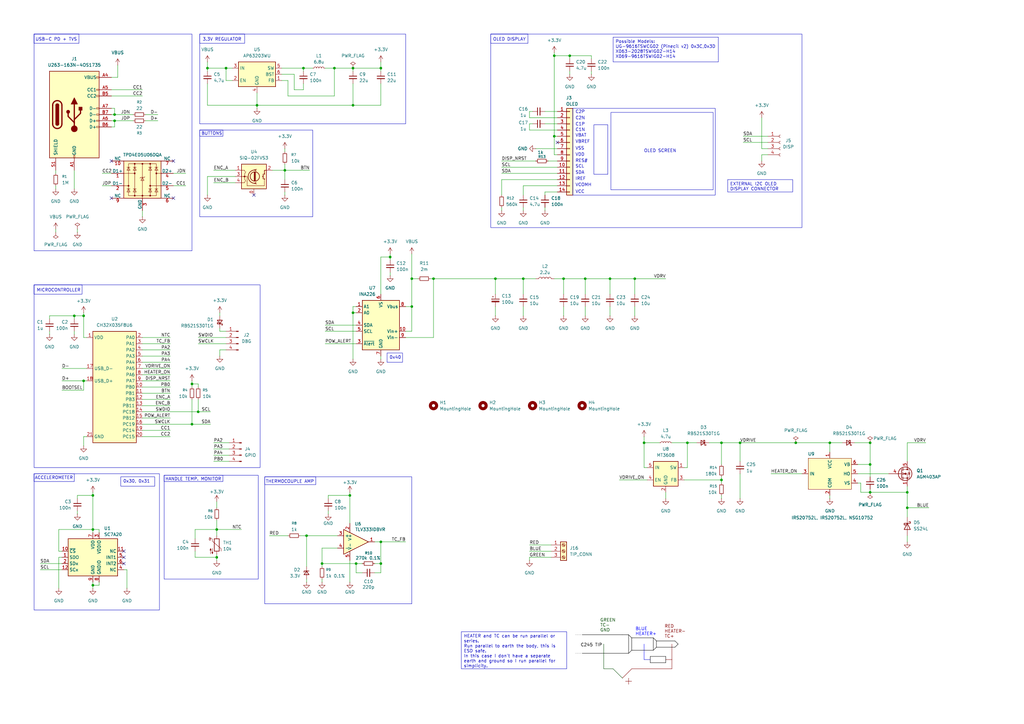
<source format=kicad_sch>
(kicad_sch
	(version 20250114)
	(generator "eeschema")
	(generator_version "9.0")
	(uuid "7095b018-eac3-4b01-b374-28e3216c4fd8")
	(paper "A3")
	
	(rectangle
		(start 13.97 194.31)
		(end 65.405 250.19)
		(stroke
			(width 0)
			(type default)
		)
		(fill
			(type none)
		)
		(uuid 25f66d05-38b5-4a17-99c1-8cad2c92cd3e)
	)
	(rectangle
		(start 13.97 13.97)
		(end 78.74 102.87)
		(stroke
			(width 0)
			(type default)
		)
		(fill
			(type none)
		)
		(uuid 34cfca7f-b72a-4261-a704-f33e6bc4b279)
	)
	(rectangle
		(start 13.97 194.31)
		(end 30.48 197.485)
		(stroke
			(width 0)
			(type default)
		)
		(fill
			(type none)
		)
		(uuid 37b1d202-d0af-4356-9cea-c5377ffdf5c6)
	)
	(rectangle
		(start 108.585 195.58)
		(end 129.54 198.755)
		(stroke
			(width 0)
			(type default)
		)
		(fill
			(type none)
		)
		(uuid 411456a7-808a-4a99-b2e7-4b00b0660778)
	)
	(rectangle
		(start 81.915 53.34)
		(end 91.44 55.88)
		(stroke
			(width 0)
			(type default)
		)
		(fill
			(type none)
		)
		(uuid 51756553-69aa-4f9f-a31a-a60fa2c78053)
	)
	(rectangle
		(start 13.97 116.84)
		(end 33.655 120.65)
		(stroke
			(width 0)
			(type default)
		)
		(fill
			(type none)
		)
		(uuid 7d5ee34c-3c30-4116-b034-575f8f5cbca0)
	)
	(rectangle
		(start 81.915 53.34)
		(end 128.27 88.9)
		(stroke
			(width 0)
			(type default)
		)
		(fill
			(type none)
		)
		(uuid 9c119ec4-7162-4594-9de4-9af2e8ac3469)
	)
	(rectangle
		(start 81.915 13.97)
		(end 100.33 17.78)
		(stroke
			(width 0)
			(type default)
		)
		(fill
			(type none)
		)
		(uuid 9d5c2b83-1ad1-4eb5-9c00-115d7cfbb819)
	)
	(rectangle
		(start 108.585 195.58)
		(end 168.91 247.65)
		(stroke
			(width 0)
			(type default)
		)
		(fill
			(type none)
		)
		(uuid a57dfd79-f7b7-44cf-be58-21e0757161fa)
	)
	(rectangle
		(start 13.97 116.84)
		(end 106.68 191.77)
		(stroke
			(width 0)
			(type default)
		)
		(fill
			(type none)
		)
		(uuid a66c837f-d550-4ad5-b67a-1a34b6eaed03)
	)
	(rectangle
		(start 250.571 46.101)
		(end 292.481 77.851)
		(stroke
			(width 0)
			(type default)
		)
		(fill
			(type none)
		)
		(uuid b323df54-646c-4c42-ac5d-c702f5da28df)
	)
	(rectangle
		(start 13.97 13.97)
		(end 32.385 17.78)
		(stroke
			(width 0)
			(type default)
		)
		(fill
			(type none)
		)
		(uuid b41c86f7-a703-4da7-9c7c-3d6f2dbdab0b)
	)
	(rectangle
		(start 67.31 194.945)
		(end 91.44 197.485)
		(stroke
			(width 0)
			(type default)
		)
		(fill
			(type none)
		)
		(uuid b798fff3-5d10-4e4c-948c-461a0845de52)
	)
	(rectangle
		(start 234.95 44.45)
		(end 293.37 80.01)
		(stroke
			(width 0)
			(type default)
		)
		(fill
			(type none)
		)
		(uuid c7ed09f4-c5b0-447c-8527-2fd1a9942fc7)
	)
	(rectangle
		(start 201.295 13.97)
		(end 328.93 93.345)
		(stroke
			(width 0)
			(type default)
		)
		(fill
			(type none)
		)
		(uuid c86b0301-7b25-4d55-b6bd-bf1af0f3ea13)
	)
	(rectangle
		(start 243.586 51.181)
		(end 249.301 71.501)
		(stroke
			(width 0)
			(type default)
		)
		(fill
			(type none)
		)
		(uuid cc173c2c-4802-4b85-8dc1-c0ed1e2586ae)
	)
	(rectangle
		(start 81.915 13.97)
		(end 166.37 50.8)
		(stroke
			(width 0)
			(type default)
		)
		(fill
			(type none)
		)
		(uuid d5e44070-3c31-4662-9265-15546dcb33a9)
	)
	(rectangle
		(start 67.31 194.945)
		(end 105.918 237.49)
		(stroke
			(width 0)
			(type default)
		)
		(fill
			(type none)
		)
		(uuid dc78faa3-7706-462b-aff1-ea2259b8957d)
	)
	(rectangle
		(start 201.295 13.97)
		(end 216.535 17.78)
		(stroke
			(width 0)
			(type default)
		)
		(fill
			(type none)
		)
		(uuid df873f2f-b2dc-4231-b391-da9722f3ee43)
	)
	(text "RED\nHEATER-\nTC+"
		(exclude_from_sim no)
		(at 272.542 259.08 0)
		(effects
			(font
				(size 1.27 1.27)
				(color 132 0 0 1)
			)
			(justify left)
		)
		(uuid "074f802c-7871-4a94-9d0f-a3c07209b08e")
	)
	(text "3.3V REGULATOR"
		(exclude_from_sim no)
		(at 83.058 16.256 0)
		(effects
			(font
				(size 1.27 1.27)
			)
			(justify left)
		)
		(uuid "270c64e9-acc9-4bdf-adf9-51e85a7cfae3")
	)
	(text "C2N"
		(exclude_from_sim no)
		(at 235.966 48.514 0)
		(effects
			(font
				(size 1.27 1.27)
			)
			(justify left)
		)
		(uuid "303735e4-f194-4e97-9ddd-7741146e5965")
	)
	(text "USB-C PD + TVS"
		(exclude_from_sim no)
		(at 14.478 16.256 0)
		(effects
			(font
				(size 1.27 1.27)
			)
			(justify left)
		)
		(uuid "3b53ae36-2320-46df-8526-8d2b0e4cd267")
	)
	(text "BUTTONS"
		(exclude_from_sim no)
		(at 82.55 54.864 0)
		(effects
			(font
				(size 1.27 1.27)
			)
			(justify left)
		)
		(uuid "4ff0d853-92f6-4f02-aa33-1f252be5ef75")
	)
	(text "SCL"
		(exclude_from_sim no)
		(at 235.966 68.326 0)
		(effects
			(font
				(size 1.27 1.27)
			)
			(justify left)
		)
		(uuid "63c62cf3-4266-478a-9f68-199034fe5d8b")
	)
	(text "RES#"
		(exclude_from_sim no)
		(at 235.966 66.04 0)
		(effects
			(font
				(size 1.27 1.27)
			)
			(justify left)
		)
		(uuid "6ce3c0b9-bb73-4f4d-8996-df06398c02e3")
	)
	(text "C1P"
		(exclude_from_sim no)
		(at 235.966 51.054 0)
		(effects
			(font
				(size 1.27 1.27)
			)
			(justify left)
		)
		(uuid "6d196f00-fda4-408a-b16f-63e268646b7a")
	)
	(text "ACCELEROMETER"
		(exclude_from_sim no)
		(at 22.098 196.088 0)
		(effects
			(font
				(size 1.27 1.27)
			)
		)
		(uuid "6d3cce01-49eb-4036-848c-880563d726ff")
	)
	(text "IREF"
		(exclude_from_sim no)
		(at 235.966 73.406 0)
		(effects
			(font
				(size 1.27 1.27)
			)
			(justify left)
		)
		(uuid "78269562-db7d-4f9c-9409-11de08793bfa")
	)
	(text "BLUE\nHEATER+"
		(exclude_from_sim no)
		(at 260.604 259.08 0)
		(effects
			(font
				(size 1.27 1.27)
				(color 0 0 255 1)
			)
			(justify left)
		)
		(uuid "7cd917a9-991f-405e-b4ad-1658a33b6480")
	)
	(text "C1N"
		(exclude_from_sim no)
		(at 235.966 53.34 0)
		(effects
			(font
				(size 1.27 1.27)
			)
			(justify left)
		)
		(uuid "86eaf89d-7735-48bc-8adf-2c6d7e1c9267")
	)
	(text "C2P"
		(exclude_from_sim no)
		(at 235.966 45.974 0)
		(effects
			(font
				(size 1.27 1.27)
			)
			(justify left)
		)
		(uuid "88767c22-62f5-491f-8191-e622ce50d549")
	)
	(text "VDD"
		(exclude_from_sim no)
		(at 235.966 63.5 0)
		(effects
			(font
				(size 1.27 1.27)
			)
			(justify left)
		)
		(uuid "98ea20d6-f789-4c9a-9d2d-ddf9c4e55ce3")
	)
	(text "HANDLE TEMP. MONITOR"
		(exclude_from_sim no)
		(at 79.248 196.596 0)
		(effects
			(font
				(size 1.27 1.27)
			)
		)
		(uuid "9cf9be48-0da6-4698-b802-905b4321ec7e")
	)
	(text "OLED SCREEN"
		(exclude_from_sim no)
		(at 270.764 61.976 0)
		(effects
			(font
				(size 1.27 1.27)
			)
		)
		(uuid "a7d4d929-dbaa-411d-a847-37e4617db2b8")
	)
	(text "VCC"
		(exclude_from_sim no)
		(at 235.966 78.74 0)
		(effects
			(font
				(size 1.27 1.27)
			)
			(justify left)
		)
		(uuid "c0b5be38-ee7a-4c62-b666-9455a24b9bdf")
	)
	(text "SDA"
		(exclude_from_sim no)
		(at 235.966 70.866 0)
		(effects
			(font
				(size 1.27 1.27)
			)
			(justify left)
		)
		(uuid "d1f23843-c159-4734-816f-e3ebdc7225d4")
	)
	(text "VBREF"
		(exclude_from_sim no)
		(at 235.966 58.166 0)
		(effects
			(font
				(size 1.27 1.27)
			)
			(justify left)
		)
		(uuid "dc92fbc2-eb7d-47ac-891e-6de1528c9506")
	)
	(text "OLED DISPLAY"
		(exclude_from_sim no)
		(at 202.184 16.256 0)
		(effects
			(font
				(size 1.27 1.27)
			)
			(justify left)
		)
		(uuid "e1182865-9cf6-484e-b369-4d8124243a24")
	)
	(text "VBAT"
		(exclude_from_sim no)
		(at 235.966 55.626 0)
		(effects
			(font
				(size 1.27 1.27)
			)
			(justify left)
		)
		(uuid "e5136794-6a5a-4728-b4d0-e47266a8ec2c")
	)
	(text "VSS"
		(exclude_from_sim no)
		(at 235.966 60.96 0)
		(effects
			(font
				(size 1.27 1.27)
			)
			(justify left)
		)
		(uuid "e5277a5c-1568-43ec-ab65-5c403a9ddad3")
	)
	(text "VCOMH"
		(exclude_from_sim no)
		(at 235.966 75.946 0)
		(effects
			(font
				(size 1.27 1.27)
			)
			(justify left)
		)
		(uuid "e677c7ab-e79d-4a1c-8a88-4a56ca5d6b79")
	)
	(text "THERMOCOUPLE AMP"
		(exclude_from_sim no)
		(at 118.872 197.612 0)
		(effects
			(font
				(size 1.27 1.27)
			)
		)
		(uuid "e865e2d4-df9a-47d7-8bc3-1d543675c813")
	)
	(text "MICROCONTROLLER"
		(exclude_from_sim no)
		(at 14.986 119.126 0)
		(effects
			(font
				(size 1.27 1.27)
			)
			(justify left)
		)
		(uuid "f4202bbd-17db-406a-9b6f-417fe43fdaab")
	)
	(text "C245 TIP"
		(exclude_from_sim no)
		(at 242.57 264.668 0)
		(effects
			(font
				(size 1.27 1.27)
				(color 0 0 0 1)
			)
		)
		(uuid "f5ebd9e6-7e85-4295-b1df-1fb1b0a60676")
	)
	(text "GREEN\nTC-\nGND"
		(exclude_from_sim no)
		(at 246.126 256.54 0)
		(effects
			(font
				(size 1.27 1.27)
				(color 0 72 0 1)
			)
			(justify left)
		)
		(uuid "fe22e110-b1c7-4e37-9dd2-ed4186183ab8")
	)
	(text_box "0x30, 0x31"
		(exclude_from_sim no)
		(at 49.53 195.58 0)
		(size 13.97 3.81)
		(margins 0.9525 0.9525 0.9525 0.9525)
		(stroke
			(width 0)
			(type solid)
		)
		(fill
			(type none)
		)
		(effects
			(font
				(size 1.27 1.27)
			)
			(justify left top)
		)
		(uuid "1c71f755-8c6a-46e5-9d91-8a816c1bdfae")
	)
	(text_box "EXTERNAL I2C OLED DISPLAY CONNECTOR"
		(exclude_from_sim no)
		(at 298.45 73.66 0)
		(size 26.67 5.08)
		(margins 0.9525 0.9525 0.9525 0.9525)
		(stroke
			(width 0)
			(type solid)
		)
		(fill
			(type none)
		)
		(effects
			(font
				(size 1.27 1.27)
			)
			(justify left top)
		)
		(uuid "4601eec6-3591-49d5-9b05-bbe6c60ab3cd")
	)
	(text_box "0x40"
		(exclude_from_sim no)
		(at 158.75 144.78 0)
		(size 6.35 3.81)
		(margins 0.9525 0.9525 0.9525 0.9525)
		(stroke
			(width 0)
			(type solid)
		)
		(fill
			(type none)
		)
		(effects
			(font
				(size 1.27 1.27)
			)
			(justify left top)
		)
		(uuid "9c02ec0f-e634-4a5d-8235-10e75e25b2f4")
	)
	(text_box "Possible Models:\nUG-9616TSWCG02 (Pinecil v2) 0x3C,0x3D\nX063-2028TSWIG02-H14\nX069-9616TSWIG02-H14"
		(exclude_from_sim no)
		(at 251.46 15.24 0)
		(size 43.18 10.16)
		(margins 0.9525 0.9525 0.9525 0.9525)
		(stroke
			(width 0)
			(type solid)
		)
		(fill
			(type none)
		)
		(effects
			(font
				(size 1.27 1.27)
			)
			(justify left top)
		)
		(uuid "aff1d92e-7948-41af-95d4-eec0b0d11729")
	)
	(text_box "HEATER and TC can be run parallel or series.\nRun parallel to earth the body, this is ESD safe.\nIn this case I don't have a separate earth and ground so I run parallel for simplicity."
		(exclude_from_sim no)
		(at 189.23 259.08 0)
		(size 43.18 15.24)
		(margins 0.9525 0.9525 0.9525 0.9525)
		(stroke
			(width 0)
			(type solid)
		)
		(fill
			(type none)
		)
		(effects
			(font
				(size 1.27 1.27)
			)
			(justify left top)
		)
		(uuid "f24e07f6-dab3-4874-a162-57756a4a0cb0")
	)
	(junction
		(at 326.39 181.61)
		(diameter 0)
		(color 0 0 0 0)
		(uuid "00837693-68bd-4254-8ab8-9c575bcd32d7")
	)
	(junction
		(at 81.28 168.91)
		(diameter 0)
		(color 0 0 0 0)
		(uuid "0376124e-fe7a-4814-987e-238a633a55c8")
	)
	(junction
		(at 281.94 181.61)
		(diameter 0)
		(color 0 0 0 0)
		(uuid "07d79252-3cfe-49d3-a697-b5180f951c75")
	)
	(junction
		(at 124.46 27.94)
		(diameter 0)
		(color 0 0 0 0)
		(uuid "0acd8611-5527-40f7-90a3-5c60d1adc1d0")
	)
	(junction
		(at 144.78 43.18)
		(diameter 0)
		(color 0 0 0 0)
		(uuid "22311b9f-04cf-44b4-b81a-9a2eee7d9814")
	)
	(junction
		(at 38.1 203.2)
		(diameter 0)
		(color 0 0 0 0)
		(uuid "223830ef-994b-458e-bef0-ec2a62ab1d6c")
	)
	(junction
		(at 356.87 201.93)
		(diameter 0)
		(color 0 0 0 0)
		(uuid "253e7a83-9b7c-4d4c-b8d1-7fbacce38609")
	)
	(junction
		(at 160.02 105.41)
		(diameter 0)
		(color 0 0 0 0)
		(uuid "2b9858fc-d565-4568-9ced-4f85b3261fac")
	)
	(junction
		(at 372.11 201.93)
		(diameter 0)
		(color 0 0 0 0)
		(uuid "3b65a788-4b4c-437e-96e5-165c51a854a4")
	)
	(junction
		(at 143.51 203.2)
		(diameter 0)
		(color 0 0 0 0)
		(uuid "3f9bcc33-18ad-48ec-8047-f514eddb9bd3")
	)
	(junction
		(at 372.11 208.28)
		(diameter 0)
		(color 0 0 0 0)
		(uuid "40073d49-3f44-4af7-a787-657ab510a928")
	)
	(junction
		(at 340.36 181.61)
		(diameter 0)
		(color 0 0 0 0)
		(uuid "4022ea02-a839-4e77-8442-99daabad0cb4")
	)
	(junction
		(at 356.87 190.5)
		(diameter 0)
		(color 0 0 0 0)
		(uuid "45cd84fd-2fd0-4481-9f27-779c4e05a620")
	)
	(junction
		(at 132.08 231.14)
		(diameter 0)
		(color 0 0 0 0)
		(uuid "4793f579-9960-4fea-a983-16516b9a6a74")
	)
	(junction
		(at 30.48 129.54)
		(diameter 0)
		(color 0 0 0 0)
		(uuid "4a00e859-a3fe-467b-8ce9-def1b4a6bc1d")
	)
	(junction
		(at 264.16 181.61)
		(diameter 0)
		(color 0 0 0 0)
		(uuid "4c2788f8-2f3d-4c09-bf35-9265ddb84f5d")
	)
	(junction
		(at 137.16 27.94)
		(diameter 0)
		(color 0 0 0 0)
		(uuid "4e457d4d-37fd-4b51-a420-85ebb8dc04c5")
	)
	(junction
		(at 168.91 125.73)
		(diameter 0)
		(color 0 0 0 0)
		(uuid "51d47e0b-ff82-4d9a-812e-411a32b7bf19")
	)
	(junction
		(at 168.91 114.3)
		(diameter 0)
		(color 0 0 0 0)
		(uuid "52ff489f-9f01-453b-bd90-67ebcc43c015")
	)
	(junction
		(at 46.99 49.53)
		(diameter 0)
		(color 0 0 0 0)
		(uuid "5e8d1cf7-167e-4030-9f28-7c115ea5395b")
	)
	(junction
		(at 227.33 55.88)
		(diameter 0)
		(color 0 0 0 0)
		(uuid "5fbb3de9-86ee-49ad-a284-eb55f1cc692a")
	)
	(junction
		(at 233.68 22.86)
		(diameter 0)
		(color 0 0 0 0)
		(uuid "73b54f8a-8892-4f5c-ad2f-0a2e6cc384c3")
	)
	(junction
		(at 34.29 129.54)
		(diameter 0)
		(color 0 0 0 0)
		(uuid "7463436f-e839-4ea2-a4bf-81f122061b20")
	)
	(junction
		(at 250.19 114.3)
		(diameter 0)
		(color 0 0 0 0)
		(uuid "74be8234-d464-4c0b-8cd5-92ab042ed197")
	)
	(junction
		(at 146.05 231.14)
		(diameter 0)
		(color 0 0 0 0)
		(uuid "77d052f3-f174-4ac4-b7f3-74fd8cd4f0e2")
	)
	(junction
		(at 144.78 128.27)
		(diameter 0)
		(color 0 0 0 0)
		(uuid "7a718757-763b-4e08-aad4-aaa4f9111b0a")
	)
	(junction
		(at 78.74 157.48)
		(diameter 0)
		(color 0 0 0 0)
		(uuid "81607e46-ed60-4e7b-900a-af756b50d9d4")
	)
	(junction
		(at 295.91 181.61)
		(diameter 0)
		(color 0 0 0 0)
		(uuid "81928cab-d290-47f7-99c7-9c8f417d4c4e")
	)
	(junction
		(at 260.35 114.3)
		(diameter 0)
		(color 0 0 0 0)
		(uuid "855762b6-ba6e-4668-b374-45a266a9df5c")
	)
	(junction
		(at 356.87 181.61)
		(diameter 0)
		(color 0 0 0 0)
		(uuid "866164ce-25ec-4289-a2cf-7099883dea86")
	)
	(junction
		(at 156.21 231.14)
		(diameter 0)
		(color 0 0 0 0)
		(uuid "879d8513-8c12-4c71-805b-cfd0566ce6a8")
	)
	(junction
		(at 34.29 156.21)
		(diameter 0)
		(color 0 0 0 0)
		(uuid "89bcf90e-9038-4def-8280-30d23811eeb8")
	)
	(junction
		(at 231.14 114.3)
		(diameter 0)
		(color 0 0 0 0)
		(uuid "8b64755e-064f-4e1f-acff-0c6da6bf1748")
	)
	(junction
		(at 227.33 22.86)
		(diameter 0)
		(color 0 0 0 0)
		(uuid "9531702c-c6a6-4297-8a10-64a5c6fc90b3")
	)
	(junction
		(at 214.63 114.3)
		(diameter 0)
		(color 0 0 0 0)
		(uuid "99470547-74e3-435a-aafe-b4ae68d1294d")
	)
	(junction
		(at 88.9 228.6)
		(diameter 0)
		(color 0 0 0 0)
		(uuid "9ba723fb-78b5-4d72-ae3c-94d59ceb7ba3")
	)
	(junction
		(at 156.21 222.25)
		(diameter 0)
		(color 0 0 0 0)
		(uuid "aff6f7cf-f995-4965-9b70-2f6e1afd3257")
	)
	(junction
		(at 203.2 114.3)
		(diameter 0)
		(color 0 0 0 0)
		(uuid "bd622f08-db3a-4046-921d-58baf4c7d1bc")
	)
	(junction
		(at 125.73 219.71)
		(diameter 0)
		(color 0 0 0 0)
		(uuid "be519101-b7e2-4e85-bc0c-866a0a6fdb77")
	)
	(junction
		(at 88.9 217.17)
		(diameter 0)
		(color 0 0 0 0)
		(uuid "c4f19431-f823-4a18-902b-e25529b1c304")
	)
	(junction
		(at 156.21 27.94)
		(diameter 0)
		(color 0 0 0 0)
		(uuid "caa23b1a-fb60-423d-84ed-a4ec6bda7dc1")
	)
	(junction
		(at 78.74 173.99)
		(diameter 0)
		(color 0 0 0 0)
		(uuid "cb369bbe-c983-4f03-86f5-9ab8b3b58edd")
	)
	(junction
		(at 116.84 69.85)
		(diameter 0)
		(color 0 0 0 0)
		(uuid "cbfb9910-a9c3-4d1d-beaf-ad4934f7e32e")
	)
	(junction
		(at 295.91 196.85)
		(diameter 0)
		(color 0 0 0 0)
		(uuid "cc109a5d-bdf8-421c-800f-f4fb1ea8fcea")
	)
	(junction
		(at 105.41 43.18)
		(diameter 0)
		(color 0 0 0 0)
		(uuid "d049456d-20ee-4308-a384-c295c5fb64a1")
	)
	(junction
		(at 38.1 240.03)
		(diameter 0)
		(color 0 0 0 0)
		(uuid "d3c0ec6c-e13a-496a-ad1c-ba60afc46b96")
	)
	(junction
		(at 46.99 46.99)
		(diameter 0)
		(color 0 0 0 0)
		(uuid "d3cb3929-1383-43bf-9aa0-8d6179547879")
	)
	(junction
		(at 144.78 27.94)
		(diameter 0)
		(color 0 0 0 0)
		(uuid "d5fd0359-f76b-4cc1-9ea5-8682bade4542")
	)
	(junction
		(at 38.1 217.17)
		(diameter 0)
		(color 0 0 0 0)
		(uuid "e18bde3c-0611-43e2-8458-23023e1703d3")
	)
	(junction
		(at 177.8 114.3)
		(diameter 0)
		(color 0 0 0 0)
		(uuid "e2f14e73-0508-430d-8056-4600df83ce56")
	)
	(junction
		(at 240.03 114.3)
		(diameter 0)
		(color 0 0 0 0)
		(uuid "e446b87b-dd2b-4e7f-9dbd-f1689a8c2a13")
	)
	(junction
		(at 303.53 181.61)
		(diameter 0)
		(color 0 0 0 0)
		(uuid "e5115188-7348-4d7f-9464-18609567d3fc")
	)
	(junction
		(at 92.71 27.94)
		(diameter 0)
		(color 0 0 0 0)
		(uuid "e80bc681-7695-43f3-a2bd-d411c7e86409")
	)
	(junction
		(at 85.09 27.94)
		(diameter 0)
		(color 0 0 0 0)
		(uuid "f1df4cab-d95d-4e21-b204-cc5686c3ccd2")
	)
	(no_connect
		(at 50.8 228.6)
		(uuid "12b81ef0-4fba-4b2f-98fa-a2180c0447e2")
	)
	(no_connect
		(at 50.8 231.14)
		(uuid "2b4977a8-0f21-4fec-84e4-4c603e997be4")
	)
	(no_connect
		(at 71.12 81.28)
		(uuid "46b4ccbc-24ab-4899-8505-9a1bc9336197")
	)
	(no_connect
		(at 45.72 66.04)
		(uuid "613b3790-5218-413f-a343-e26aa4ea4b95")
	)
	(no_connect
		(at 228.6 58.42)
		(uuid "8d801d13-32fe-4e34-8cc5-b8a86a497023")
	)
	(no_connect
		(at 45.72 81.28)
		(uuid "c9b41e3a-80a4-4410-be4c-91975e86700a")
	)
	(no_connect
		(at 104.14 80.01)
		(uuid "d8cbb7b8-f348-43ed-b12a-7c884625729d")
	)
	(no_connect
		(at 71.12 66.04)
		(uuid "e9fc4535-1911-4390-b5e2-c282d53c9319")
	)
	(no_connect
		(at 50.8 226.06)
		(uuid "eb0471e5-5852-410a-87ff-c81813b23343")
	)
	(wire
		(pts
			(xy 250.19 114.3) (xy 250.19 120.65)
		)
		(stroke
			(width 0)
			(type default)
		)
		(uuid "01019bf9-c94e-46c5-9440-886fbf1f7ac2")
	)
	(polyline
		(pts
			(xy 269.24 265.43) (xy 267.97 266.7)
		)
		(stroke
			(width 0)
			(type default)
			(color 0 0 0 1)
		)
		(uuid "026bb0ed-6072-40a3-95a7-f0b0e5bb9f80")
	)
	(wire
		(pts
			(xy 156.21 25.4) (xy 156.21 27.94)
		)
		(stroke
			(width 0)
			(type default)
		)
		(uuid "0280334b-627a-4233-a676-012a207d9298")
	)
	(wire
		(pts
			(xy 314.96 60.96) (xy 312.42 60.96)
		)
		(stroke
			(width 0)
			(type default)
		)
		(uuid "03842c5a-86c8-43a6-8e2e-a23b06776dce")
	)
	(wire
		(pts
			(xy 24.13 228.6) (xy 25.4 228.6)
		)
		(stroke
			(width 0)
			(type default)
		)
		(uuid "03f9526b-c252-4cea-a8ec-81306ff6df76")
	)
	(wire
		(pts
			(xy 41.91 76.2) (xy 45.72 76.2)
		)
		(stroke
			(width 0)
			(type default)
		)
		(uuid "057a48eb-9b1d-42a5-bf44-6985b9321748")
	)
	(wire
		(pts
			(xy 227.33 55.88) (xy 228.6 55.88)
		)
		(stroke
			(width 0)
			(type default)
		)
		(uuid "06a39b25-e5c0-48bf-8f66-6ff9e46efda7")
	)
	(polyline
		(pts
			(xy 275.59 270.51) (xy 273.05 270.51)
		)
		(stroke
			(width 0)
			(type solid)
			(color 132 0 0 1)
		)
		(uuid "07b98816-3d51-4f72-b198-7c04ddd02a60")
	)
	(wire
		(pts
			(xy 281.94 181.61) (xy 281.94 191.77)
		)
		(stroke
			(width 0)
			(type default)
		)
		(uuid "08ca60c2-d79a-4019-861d-7c88280594b9")
	)
	(wire
		(pts
			(xy 16.51 233.68) (xy 25.4 233.68)
		)
		(stroke
			(width 0)
			(type default)
		)
		(uuid "093a4bfc-aabd-4586-948a-1580d9afeffa")
	)
	(wire
		(pts
			(xy 45.72 36.83) (xy 58.42 36.83)
		)
		(stroke
			(width 0)
			(type default)
		)
		(uuid "098337dc-d67f-4f92-9e59-aa0530495823")
	)
	(wire
		(pts
			(xy 351.79 190.5) (xy 356.87 190.5)
		)
		(stroke
			(width 0)
			(type default)
		)
		(uuid "0991fc57-c77d-4d8b-a7f5-93559a71531e")
	)
	(wire
		(pts
			(xy 87.63 189.23) (xy 93.98 189.23)
		)
		(stroke
			(width 0)
			(type default)
		)
		(uuid "0b9dd952-cb79-4fd0-bb23-afa971cab4a1")
	)
	(wire
		(pts
			(xy 265.43 191.77) (xy 264.16 191.77)
		)
		(stroke
			(width 0)
			(type default)
		)
		(uuid "0bdd0dd3-1438-4145-a164-7482936ecc91")
	)
	(polyline
		(pts
			(xy 236.22 260.35) (xy 238.76 260.35)
		)
		(stroke
			(width 0)
			(type dot)
			(color 0 0 0 1)
		)
		(uuid "0bebbeb1-bed0-4084-8b40-7ac03a835cd7")
	)
	(wire
		(pts
			(xy 340.36 203.2) (xy 340.36 204.47)
		)
		(stroke
			(width 0)
			(type default)
		)
		(uuid "0c9fa1d8-a413-4dad-b1e6-53724d6877dc")
	)
	(wire
		(pts
			(xy 356.87 200.66) (xy 356.87 201.93)
		)
		(stroke
			(width 0)
			(type default)
		)
		(uuid "0d1d8e67-44be-4e93-8637-8b77df712344")
	)
	(wire
		(pts
			(xy 85.09 34.29) (xy 85.09 43.18)
		)
		(stroke
			(width 0)
			(type default)
		)
		(uuid "0d1da041-1604-484f-8588-64418e6780df")
	)
	(wire
		(pts
			(xy 264.16 179.07) (xy 264.16 181.61)
		)
		(stroke
			(width 0)
			(type default)
		)
		(uuid "0d6f32d5-98ad-41ed-b781-51035ba32ce2")
	)
	(polyline
		(pts
			(xy 266.7 269.24) (xy 266.7 271.78)
		)
		(stroke
			(width 0)
			(type solid)
			(color 0 0 0 1)
		)
		(uuid "0e087217-7caf-4ae9-80d3-cf5e99ccbd9c")
	)
	(wire
		(pts
			(xy 133.35 135.89) (xy 146.05 135.89)
		)
		(stroke
			(width 0)
			(type default)
		)
		(uuid "0e1505d5-48c5-405d-bd30-c6b5fe5cd7d7")
	)
	(wire
		(pts
			(xy 78.74 157.48) (xy 81.28 157.48)
		)
		(stroke
			(width 0)
			(type default)
		)
		(uuid "0e2e8ef7-9967-4f2a-a391-35d57131fb71")
	)
	(wire
		(pts
			(xy 80.01 217.17) (xy 88.9 217.17)
		)
		(stroke
			(width 0)
			(type default)
		)
		(uuid "0f8627da-dc1e-4504-acfc-120e3647c5b5")
	)
	(wire
		(pts
			(xy 214.63 85.09) (xy 214.63 86.36)
		)
		(stroke
			(width 0)
			(type default)
		)
		(uuid "0fdf5b0f-14a7-4ff5-aee8-91dcf3e80430")
	)
	(polyline
		(pts
			(xy 276.86 262.89) (xy 278.13 264.16)
		)
		(stroke
			(width 0)
			(type default)
			(color 0 0 0 1)
		)
		(uuid "0ffc5971-b130-492f-a7ea-ccd3781d517b")
	)
	(wire
		(pts
			(xy 303.53 189.23) (xy 303.53 181.61)
		)
		(stroke
			(width 0)
			(type default)
		)
		(uuid "1213dcc9-1528-4b78-b712-6cdbea454856")
	)
	(wire
		(pts
			(xy 132.08 231.14) (xy 132.08 224.79)
		)
		(stroke
			(width 0)
			(type default)
		)
		(uuid "12f02fb2-28a7-4766-ae13-424545151178")
	)
	(wire
		(pts
			(xy 314.96 63.5) (xy 312.42 63.5)
		)
		(stroke
			(width 0)
			(type default)
		)
		(uuid "135a5403-fc39-4e32-bdbe-f1bc6a7928ee")
	)
	(wire
		(pts
			(xy 132.08 231.14) (xy 146.05 231.14)
		)
		(stroke
			(width 0)
			(type default)
		)
		(uuid "13e7537a-edd6-43d5-8bb0-f6eb3d491016")
	)
	(wire
		(pts
			(xy 156.21 231.14) (xy 156.21 222.25)
		)
		(stroke
			(width 0)
			(type default)
		)
		(uuid "1427c6b1-5293-499b-9663-f54121cc8ca4")
	)
	(wire
		(pts
			(xy 48.26 31.75) (xy 48.26 26.67)
		)
		(stroke
			(width 0)
			(type default)
		)
		(uuid "14b83c6b-fa77-4ec1-b020-d89f490dd1db")
	)
	(wire
		(pts
			(xy 58.42 146.05) (xy 69.85 146.05)
		)
		(stroke
			(width 0)
			(type default)
		)
		(uuid "152a5c54-b2a9-40eb-a43b-a0108b21647d")
	)
	(wire
		(pts
			(xy 87.63 69.85) (xy 96.52 69.85)
		)
		(stroke
			(width 0)
			(type default)
		)
		(uuid "15d75b7e-53c1-4b3b-bead-3e9845084cb1")
	)
	(wire
		(pts
			(xy 203.2 114.3) (xy 214.63 114.3)
		)
		(stroke
			(width 0)
			(type default)
		)
		(uuid "160924b9-71b2-497e-afa5-3fa032761b8c")
	)
	(wire
		(pts
			(xy 143.51 201.93) (xy 143.51 203.2)
		)
		(stroke
			(width 0)
			(type default)
		)
		(uuid "16a235b6-6479-41c3-934b-5990cd87fafe")
	)
	(wire
		(pts
			(xy 227.33 55.88) (xy 227.33 63.5)
		)
		(stroke
			(width 0)
			(type default)
		)
		(uuid "16a6ad92-1a6b-4d2b-93f1-5652f5947dbb")
	)
	(wire
		(pts
			(xy 45.72 52.07) (xy 46.99 52.07)
		)
		(stroke
			(width 0)
			(type default)
		)
		(uuid "18438b3a-827e-4972-b4d2-e39627126fd2")
	)
	(polyline
		(pts
			(xy 255.27 260.35) (xy 257.81 260.35)
		)
		(stroke
			(width 0)
			(type default)
			(color 0 0 0 1)
		)
		(uuid "185695dd-6d7c-4a99-817d-9d7e560e285b")
	)
	(wire
		(pts
			(xy 58.42 153.67) (xy 69.85 153.67)
		)
		(stroke
			(width 0)
			(type default)
		)
		(uuid "185cc638-609c-4acf-9a83-434d47f9bece")
	)
	(wire
		(pts
			(xy 303.53 181.61) (xy 295.91 181.61)
		)
		(stroke
			(width 0)
			(type default)
		)
		(uuid "18853170-98c0-4142-a886-9b88272679cd")
	)
	(wire
		(pts
			(xy 264.16 191.77) (xy 264.16 181.61)
		)
		(stroke
			(width 0)
			(type default)
		)
		(uuid "19c2bb4e-b6a2-428b-b46d-e50a0b5d9ad9")
	)
	(wire
		(pts
			(xy 90.17 135.89) (xy 92.71 135.89)
		)
		(stroke
			(width 0)
			(type default)
		)
		(uuid "1b5db70b-c75a-47b9-9005-1a033afb345d")
	)
	(wire
		(pts
			(xy 356.87 201.93) (xy 372.11 201.93)
		)
		(stroke
			(width 0)
			(type default)
		)
		(uuid "1b77d230-b149-4ebc-9500-892f807d9feb")
	)
	(wire
		(pts
			(xy 80.01 228.6) (xy 80.01 226.06)
		)
		(stroke
			(width 0)
			(type default)
		)
		(uuid "1b9cd177-a46a-4a5a-81a3-e55bb87811dd")
	)
	(polyline
		(pts
			(xy 264.16 264.16) (xy 264.16 270.51)
		)
		(stroke
			(width 0)
			(type solid)
			(color 0 0 255 1)
		)
		(uuid "1ba11ea6-79fc-470e-8095-8fd6d151a60b")
	)
	(wire
		(pts
			(xy 24.13 226.06) (xy 24.13 217.17)
		)
		(stroke
			(width 0)
			(type default)
		)
		(uuid "1c166601-d1f1-4dcf-81f6-af70e0a8c0df")
	)
	(wire
		(pts
			(xy 58.42 166.37) (xy 69.85 166.37)
		)
		(stroke
			(width 0)
			(type default)
		)
		(uuid "1c31a3a0-71be-4869-aecb-fe7720f70370")
	)
	(wire
		(pts
			(xy 214.63 125.73) (xy 214.63 129.54)
		)
		(stroke
			(width 0)
			(type default)
		)
		(uuid "1cdb49d6-e828-4a8b-a2bc-2a9374af56ed")
	)
	(polyline
		(pts
			(xy 247.65 264.16) (xy 247.65 274.32)
		)
		(stroke
			(width 0)
			(type solid)
			(color 0 72 0 1)
		)
		(uuid "1d759bc9-3b87-4396-975b-76eb784a4ee5")
	)
	(wire
		(pts
			(xy 214.63 114.3) (xy 219.71 114.3)
		)
		(stroke
			(width 0)
			(type default)
		)
		(uuid "1d9c458a-8492-41ed-a2aa-d735f07b95cf")
	)
	(wire
		(pts
			(xy 95.25 27.94) (xy 92.71 27.94)
		)
		(stroke
			(width 0)
			(type default)
		)
		(uuid "202f5003-0a48-4fcb-962b-eb5d0b2eea8c")
	)
	(wire
		(pts
			(xy 214.63 114.3) (xy 214.63 120.65)
		)
		(stroke
			(width 0)
			(type default)
		)
		(uuid "21e02397-be46-4ce1-86f0-c87b0ef9b9f7")
	)
	(wire
		(pts
			(xy 105.41 43.18) (xy 144.78 43.18)
		)
		(stroke
			(width 0)
			(type default)
		)
		(uuid "228d2b28-0e5e-4a0f-9a64-60ca034456d5")
	)
	(wire
		(pts
			(xy 22.86 69.85) (xy 22.86 71.12)
		)
		(stroke
			(width 0)
			(type default)
		)
		(uuid "22ceb097-bc74-4764-aecd-0b980944d711")
	)
	(wire
		(pts
			(xy 144.78 125.73) (xy 144.78 128.27)
		)
		(stroke
			(width 0)
			(type default)
		)
		(uuid "24fe0135-b756-433b-bdcc-2148b0ebafa5")
	)
	(wire
		(pts
			(xy 148.59 234.95) (xy 146.05 234.95)
		)
		(stroke
			(width 0)
			(type default)
		)
		(uuid "28f9a714-ce47-4a87-9eba-39a2e1e51e21")
	)
	(wire
		(pts
			(xy 137.16 39.37) (xy 118.11 39.37)
		)
		(stroke
			(width 0)
			(type default)
		)
		(uuid "296133f5-2a32-47e9-994c-67f3c4c032fa")
	)
	(polyline
		(pts
			(xy 275.59 264.16) (xy 275.59 270.51)
		)
		(stroke
			(width 0)
			(type solid)
			(color 132 0 0 1)
		)
		(uuid "2986f712-090f-47d7-9d1c-d91842ebf259")
	)
	(wire
		(pts
			(xy 46.99 44.45) (xy 46.99 46.99)
		)
		(stroke
			(width 0)
			(type default)
		)
		(uuid "2b6c7f04-a093-4524-90eb-496f9f787527")
	)
	(polyline
		(pts
			(xy 273.05 270.51) (xy 273.05 269.24)
		)
		(stroke
			(width 0)
			(type solid)
			(color 0 0 0 1)
		)
		(uuid "2c47bba1-b584-4271-bdfb-c24c01ea95ec")
	)
	(wire
		(pts
			(xy 168.91 135.89) (xy 168.91 125.73)
		)
		(stroke
			(width 0)
			(type default)
		)
		(uuid "2c54bbfb-f127-4130-bf7e-20082ec4d606")
	)
	(wire
		(pts
			(xy 205.74 73.66) (xy 205.74 80.01)
		)
		(stroke
			(width 0)
			(type default)
		)
		(uuid "2c6750b6-74c7-4d32-8f14-8af4353a5366")
	)
	(wire
		(pts
			(xy 105.41 43.18) (xy 105.41 44.45)
		)
		(stroke
			(width 0)
			(type default)
		)
		(uuid "2caf9a90-c3fc-4061-b393-2a0dec203c07")
	)
	(wire
		(pts
			(xy 144.78 43.18) (xy 156.21 43.18)
		)
		(stroke
			(width 0)
			(type default)
		)
		(uuid "2e8bc53e-95b2-4423-886b-bfb2eecd08b4")
	)
	(wire
		(pts
			(xy 45.72 31.75) (xy 48.26 31.75)
		)
		(stroke
			(width 0)
			(type default)
		)
		(uuid "2f68ac55-2ae3-4fdc-bcfb-21f448f1abfc")
	)
	(wire
		(pts
			(xy 88.9 217.17) (xy 99.06 217.17)
		)
		(stroke
			(width 0)
			(type default)
		)
		(uuid "2f7c8f4f-5718-4ee6-b598-55a2c858af33")
	)
	(wire
		(pts
			(xy 166.37 135.89) (xy 168.91 135.89)
		)
		(stroke
			(width 0)
			(type default)
		)
		(uuid "2fa27b4d-8b9b-403b-8454-e0568be41ed9")
	)
	(wire
		(pts
			(xy 38.1 201.93) (xy 38.1 203.2)
		)
		(stroke
			(width 0)
			(type default)
		)
		(uuid "2ff8f590-a0dd-4986-b523-e06c9b3827a0")
	)
	(polyline
		(pts
			(xy 259.08 261.62) (xy 259.08 266.7)
		)
		(stroke
			(width 0)
			(type default)
			(color 0 0 0 1)
		)
		(uuid "2ffefb90-6206-45ca-b57b-84bd29cfce39")
	)
	(wire
		(pts
			(xy 303.53 181.61) (xy 326.39 181.61)
		)
		(stroke
			(width 0)
			(type default)
		)
		(uuid "30582172-f069-4a5c-98a5-78a219f57280")
	)
	(polyline
		(pts
			(xy 266.7 261.62) (xy 267.97 261.62)
		)
		(stroke
			(width 0)
			(type default)
			(color 0 0 0 1)
		)
		(uuid "30fd122b-5121-4a83-88df-f8bbacf354a5")
	)
	(wire
		(pts
			(xy 58.42 179.07) (xy 69.85 179.07)
		)
		(stroke
			(width 0)
			(type default)
		)
		(uuid "31a5a27a-16db-4a49-a5fb-95805556c18e")
	)
	(wire
		(pts
			(xy 146.05 128.27) (xy 144.78 128.27)
		)
		(stroke
			(width 0)
			(type default)
		)
		(uuid "31f252ab-73a3-4779-8d41-a323f96c5a55")
	)
	(wire
		(pts
			(xy 124.46 36.83) (xy 120.65 36.83)
		)
		(stroke
			(width 0)
			(type default)
		)
		(uuid "326fcbeb-6568-414a-bae2-3482d5ca26c6")
	)
	(wire
		(pts
			(xy 168.91 114.3) (xy 171.45 114.3)
		)
		(stroke
			(width 0)
			(type default)
		)
		(uuid "333015d3-5f39-4099-b71e-407bd25aa299")
	)
	(wire
		(pts
			(xy 31.75 204.47) (xy 31.75 203.2)
		)
		(stroke
			(width 0)
			(type default)
		)
		(uuid "34170387-03a3-4d7d-9f6a-9db512b2f47f")
	)
	(wire
		(pts
			(xy 38.1 203.2) (xy 38.1 217.17)
		)
		(stroke
			(width 0)
			(type default)
		)
		(uuid "35471a9a-1159-4acb-bd51-1f7248a7d096")
	)
	(wire
		(pts
			(xy 92.71 27.94) (xy 85.09 27.94)
		)
		(stroke
			(width 0)
			(type default)
		)
		(uuid "35fc1e6c-2319-48d6-b1ef-3f4c892dc210")
	)
	(wire
		(pts
			(xy 125.73 219.71) (xy 138.43 219.71)
		)
		(stroke
			(width 0)
			(type default)
		)
		(uuid "36f53756-61b8-4225-b3bf-fa4d238d3b1c")
	)
	(wire
		(pts
			(xy 34.29 129.54) (xy 34.29 138.43)
		)
		(stroke
			(width 0)
			(type default)
		)
		(uuid "37760e84-34f3-4903-8420-24fbe82cc7d6")
	)
	(polyline
		(pts
			(xy 257.81 275.59) (xy 255.27 278.13)
		)
		(stroke
			(width 0)
			(type solid)
			(color 132 0 0 1)
		)
		(uuid "37ebe191-502b-4008-ade9-750ab2ba02d7")
	)
	(wire
		(pts
			(xy 85.09 27.94) (xy 85.09 29.21)
		)
		(stroke
			(width 0)
			(type default)
		)
		(uuid "3855a61f-666e-4706-aff6-2793b5d48fb3")
	)
	(wire
		(pts
			(xy 58.42 86.36) (xy 58.42 88.9)
		)
		(stroke
			(width 0)
			(type default)
		)
		(uuid "3884bd08-970a-4525-a7ae-3d118eacfc46")
	)
	(wire
		(pts
			(xy 146.05 125.73) (xy 144.78 125.73)
		)
		(stroke
			(width 0)
			(type default)
		)
		(uuid "39f068f3-2047-4c72-80dc-020c555ed629")
	)
	(wire
		(pts
			(xy 156.21 29.21) (xy 156.21 27.94)
		)
		(stroke
			(width 0)
			(type default)
		)
		(uuid "3be291d1-3abb-48c6-8d25-0c043a9fcb68")
	)
	(wire
		(pts
			(xy 228.6 53.34) (xy 217.17 53.34)
		)
		(stroke
			(width 0)
			(type default)
		)
		(uuid "3cc74a2e-0fe8-421a-b5ee-daa8e8b3a712")
	)
	(wire
		(pts
			(xy 81.28 158.75) (xy 81.28 157.48)
		)
		(stroke
			(width 0)
			(type default)
		)
		(uuid "3e0b80ea-981d-44ea-98ef-2a7e6f6c8ed9")
	)
	(wire
		(pts
			(xy 224.79 66.04) (xy 228.6 66.04)
		)
		(stroke
			(width 0)
			(type default)
		)
		(uuid "3e7e3e9e-2270-4d22-887c-ad05a3264519")
	)
	(wire
		(pts
			(xy 304.8 55.88) (xy 314.96 55.88)
		)
		(stroke
			(width 0)
			(type default)
		)
		(uuid "3f07dcbe-05e3-41ff-be16-8ec7f5d053da")
	)
	(wire
		(pts
			(xy 59.69 49.53) (xy 64.77 49.53)
		)
		(stroke
			(width 0)
			(type default)
		)
		(uuid "3fb95421-59f4-497f-8b94-8962c1179ed1")
	)
	(wire
		(pts
			(xy 20.32 129.54) (xy 30.48 129.54)
		)
		(stroke
			(width 0)
			(type default)
		)
		(uuid "40920f53-5818-408c-bc37-08872dc5c2db")
	)
	(wire
		(pts
			(xy 240.03 114.3) (xy 250.19 114.3)
		)
		(stroke
			(width 0)
			(type default)
		)
		(uuid "40a99504-58e3-4348-9507-ca226b6e34ba")
	)
	(wire
		(pts
			(xy 52.07 233.68) (xy 52.07 241.3)
		)
		(stroke
			(width 0)
			(type default)
		)
		(uuid "40b028e4-52bf-4d41-b4ef-331b7c9a978e")
	)
	(wire
		(pts
			(xy 125.73 237.49) (xy 125.73 238.76)
		)
		(stroke
			(width 0)
			(type default)
		)
		(uuid "43271041-c5c8-412c-bfdd-5618a8d6f936")
	)
	(wire
		(pts
			(xy 50.8 233.68) (xy 52.07 233.68)
		)
		(stroke
			(width 0)
			(type default)
		)
		(uuid "435771e7-7406-4d64-854d-386effbd573f")
	)
	(wire
		(pts
			(xy 350.52 181.61) (xy 356.87 181.61)
		)
		(stroke
			(width 0)
			(type default)
		)
		(uuid "43bc359c-fbc5-42f0-9eb9-e197be54c3b7")
	)
	(wire
		(pts
			(xy 203.2 125.73) (xy 203.2 129.54)
		)
		(stroke
			(width 0)
			(type default)
		)
		(uuid "441ff4a3-f859-423e-b7b8-38e180e5fb28")
	)
	(wire
		(pts
			(xy 45.72 39.37) (xy 58.42 39.37)
		)
		(stroke
			(width 0)
			(type default)
		)
		(uuid "44f9df40-5b32-48e7-b548-a32438cf0dfd")
	)
	(wire
		(pts
			(xy 85.09 43.18) (xy 105.41 43.18)
		)
		(stroke
			(width 0)
			(type default)
		)
		(uuid "4565d69f-09cb-47a5-b4c9-ecffd44c036a")
	)
	(wire
		(pts
			(xy 233.68 29.21) (xy 233.68 30.48)
		)
		(stroke
			(width 0)
			(type default)
		)
		(uuid "46dd8646-50ac-4ac6-9c60-c9a27d511d5f")
	)
	(wire
		(pts
			(xy 46.99 46.99) (xy 54.61 46.99)
		)
		(stroke
			(width 0)
			(type default)
		)
		(uuid "477f52c3-2d50-4858-b854-31927f0e8c86")
	)
	(wire
		(pts
			(xy 254 196.85) (xy 265.43 196.85)
		)
		(stroke
			(width 0)
			(type default)
		)
		(uuid "49f27579-6d42-4b75-821c-07e9cd3dd8c3")
	)
	(wire
		(pts
			(xy 58.42 168.91) (xy 81.28 168.91)
		)
		(stroke
			(width 0)
			(type default)
		)
		(uuid "4b4a165d-6c8d-46da-937d-81a3f22e7c24")
	)
	(wire
		(pts
			(xy 223.52 78.74) (xy 223.52 80.01)
		)
		(stroke
			(width 0)
			(type default)
		)
		(uuid "4be25685-095f-4656-b86d-69637547dd3b")
	)
	(wire
		(pts
			(xy 87.63 184.15) (xy 93.98 184.15)
		)
		(stroke
			(width 0)
			(type default)
		)
		(uuid "4df040de-03fb-417a-a907-eaf23c8c0153")
	)
	(wire
		(pts
			(xy 118.11 33.02) (xy 115.57 33.02)
		)
		(stroke
			(width 0)
			(type default)
		)
		(uuid "4f4b934f-7d9e-412b-a153-41f1a475441a")
	)
	(wire
		(pts
			(xy 356.87 195.58) (xy 356.87 190.5)
		)
		(stroke
			(width 0)
			(type default)
		)
		(uuid "50105f6a-2056-4e3f-82d2-91660983096a")
	)
	(wire
		(pts
			(xy 156.21 34.29) (xy 156.21 43.18)
		)
		(stroke
			(width 0)
			(type default)
		)
		(uuid "507295aa-769d-4e4c-bb64-5cef23014ec1")
	)
	(wire
		(pts
			(xy 233.68 22.86) (xy 242.57 22.86)
		)
		(stroke
			(width 0)
			(type default)
		)
		(uuid "50f5870c-dfc9-4c5e-8373-f3177df46256")
	)
	(wire
		(pts
			(xy 123.19 219.71) (xy 125.73 219.71)
		)
		(stroke
			(width 0)
			(type default)
		)
		(uuid "526aab1b-2e86-46aa-a2ed-11f7074eac6c")
	)
	(wire
		(pts
			(xy 146.05 234.95) (xy 146.05 231.14)
		)
		(stroke
			(width 0)
			(type default)
		)
		(uuid "52b05445-eba3-468e-a8e4-7f5fee37bfa3")
	)
	(wire
		(pts
			(xy 156.21 146.05) (xy 156.21 147.32)
		)
		(stroke
			(width 0)
			(type default)
		)
		(uuid "538fbbec-8560-4e06-996c-abb855275aeb")
	)
	(wire
		(pts
			(xy 205.74 66.04) (xy 219.71 66.04)
		)
		(stroke
			(width 0)
			(type default)
		)
		(uuid "540bbf13-80aa-48fb-9f7d-839a09a5e5d1")
	)
	(wire
		(pts
			(xy 228.6 73.66) (xy 205.74 73.66)
		)
		(stroke
			(width 0)
			(type default)
		)
		(uuid "5441edd1-fe7e-4fc1-8c5a-7afde3fde38f")
	)
	(wire
		(pts
			(xy 176.53 114.3) (xy 177.8 114.3)
		)
		(stroke
			(width 0)
			(type default)
		)
		(uuid "54ad223e-c71b-46e2-9caa-0c4be00d5aa6")
	)
	(wire
		(pts
			(xy 217.17 53.34) (xy 217.17 50.8)
		)
		(stroke
			(width 0)
			(type default)
		)
		(uuid "55888b6b-83fa-452a-ac63-f7c4165439be")
	)
	(wire
		(pts
			(xy 40.64 217.17) (xy 38.1 217.17)
		)
		(stroke
			(width 0)
			(type default)
		)
		(uuid "56c01bcc-786b-47f7-8417-e078665f707d")
	)
	(wire
		(pts
			(xy 45.72 49.53) (xy 46.99 49.53)
		)
		(stroke
			(width 0)
			(type default)
		)
		(uuid "58311d62-5209-4668-8c0a-0688eaefff65")
	)
	(wire
		(pts
			(xy 280.67 191.77) (xy 281.94 191.77)
		)
		(stroke
			(width 0)
			(type default)
		)
		(uuid "58f700b7-37c3-4310-b500-1cda82d09e21")
	)
	(wire
		(pts
			(xy 78.74 173.99) (xy 86.36 173.99)
		)
		(stroke
			(width 0)
			(type default)
		)
		(uuid "58fb1b17-d555-4729-889e-8c7151b03c6b")
	)
	(wire
		(pts
			(xy 90.17 134.62) (xy 90.17 135.89)
		)
		(stroke
			(width 0)
			(type default)
		)
		(uuid "5901917b-5e24-494f-95e5-da8316175cef")
	)
	(wire
		(pts
			(xy 88.9 213.36) (xy 88.9 217.17)
		)
		(stroke
			(width 0)
			(type default)
		)
		(uuid "5a3922d9-3d11-4830-a9ff-b85b38ae2a3e")
	)
	(wire
		(pts
			(xy 156.21 222.25) (xy 153.67 222.25)
		)
		(stroke
			(width 0)
			(type default)
		)
		(uuid "5bc55678-cc1b-41c6-993b-a76fa6e6464d")
	)
	(wire
		(pts
			(xy 78.74 163.83) (xy 78.74 173.99)
		)
		(stroke
			(width 0)
			(type default)
		)
		(uuid "5bd12bca-db6a-4a52-915d-91f8b9bdf35c")
	)
	(wire
		(pts
			(xy 58.42 151.13) (xy 69.85 151.13)
		)
		(stroke
			(width 0)
			(type default)
		)
		(uuid "5c1e8120-e4de-4d75-9341-62a75d8b27c3")
	)
	(polyline
		(pts
			(xy 256.54 279.4) (xy 259.08 279.4)
		)
		(stroke
			(width 0)
			(type solid)
			(color 132 0 0 1)
		)
		(uuid "5d7ceb27-03b2-45e1-b362-398a759c5376")
	)
	(wire
		(pts
			(xy 116.84 69.85) (xy 127 69.85)
		)
		(stroke
			(width 0)
			(type default)
		)
		(uuid "5e03bf3a-c59e-4898-85ee-e53976447119")
	)
	(wire
		(pts
			(xy 31.75 210.82) (xy 31.75 209.55)
		)
		(stroke
			(width 0)
			(type default)
		)
		(uuid "5e2073e8-74bc-4c16-ab3f-14cc657e4caf")
	)
	(wire
		(pts
			(xy 31.75 93.98) (xy 31.75 95.25)
		)
		(stroke
			(width 0)
			(type default)
		)
		(uuid "5fc7002c-30aa-4fce-b12e-77acff85c4d9")
	)
	(wire
		(pts
			(xy 133.35 140.97) (xy 146.05 140.97)
		)
		(stroke
			(width 0)
			(type default)
		)
		(uuid "608acfce-b2c2-41f1-9dfb-c5e97689166b")
	)
	(wire
		(pts
			(xy 30.48 69.85) (xy 30.48 77.47)
		)
		(stroke
			(width 0)
			(type default)
		)
		(uuid "60ebfe2a-283b-49d8-a3ea-22439dc77e00")
	)
	(wire
		(pts
			(xy 85.09 72.39) (xy 85.09 80.01)
		)
		(stroke
			(width 0)
			(type default)
		)
		(uuid "60f900e6-87c2-479a-904e-f71e35757fbe")
	)
	(wire
		(pts
			(xy 118.11 39.37) (xy 118.11 33.02)
		)
		(stroke
			(width 0)
			(type default)
		)
		(uuid "61200c40-d0fe-4545-9bab-84dfe13b8dc8")
	)
	(wire
		(pts
			(xy 16.51 231.14) (xy 25.4 231.14)
		)
		(stroke
			(width 0)
			(type default)
		)
		(uuid "614acc5a-4cf6-4c10-a747-b1df3dda8ff6")
	)
	(wire
		(pts
			(xy 304.8 58.42) (xy 314.96 58.42)
		)
		(stroke
			(width 0)
			(type default)
		)
		(uuid "6165d136-9108-4db3-b513-83193b2dfb5a")
	)
	(wire
		(pts
			(xy 148.59 231.14) (xy 146.05 231.14)
		)
		(stroke
			(width 0)
			(type default)
		)
		(uuid "61f8d715-a3cd-4601-8d26-cb542f53ba57")
	)
	(wire
		(pts
			(xy 81.28 168.91) (xy 86.36 168.91)
		)
		(stroke
			(width 0)
			(type default)
		)
		(uuid "62306eb0-07e1-4428-a61f-9f92776b885b")
	)
	(wire
		(pts
			(xy 312.42 48.26) (xy 312.42 60.96)
		)
		(stroke
			(width 0)
			(type default)
		)
		(uuid "63330be7-4f81-4d63-a1d0-eea4bce048f0")
	)
	(wire
		(pts
			(xy 58.42 163.83) (xy 69.85 163.83)
		)
		(stroke
			(width 0)
			(type default)
		)
		(uuid "642d3b9f-9732-4877-9fa9-a9ab8e68b763")
	)
	(wire
		(pts
			(xy 88.9 217.17) (xy 88.9 219.71)
		)
		(stroke
			(width 0)
			(type default)
		)
		(uuid "64d3d207-db7e-4856-a751-f068e5cf3811")
	)
	(wire
		(pts
			(xy 372.11 181.61) (xy 379.73 181.61)
		)
		(stroke
			(width 0)
			(type default)
		)
		(uuid "6619eb20-c745-47e4-a15f-9e83bc728cd6")
	)
	(wire
		(pts
			(xy 166.37 138.43) (xy 177.8 138.43)
		)
		(stroke
			(width 0)
			(type default)
		)
		(uuid "6622a6a7-1ac5-4e34-bb59-5e6bff15cfbb")
	)
	(wire
		(pts
			(xy 30.48 129.54) (xy 34.29 129.54)
		)
		(stroke
			(width 0)
			(type default)
		)
		(uuid "671acd07-7133-4d26-be93-462c70885ce2")
	)
	(wire
		(pts
			(xy 250.19 114.3) (xy 260.35 114.3)
		)
		(stroke
			(width 0)
			(type default)
		)
		(uuid "679232cf-780c-441e-9236-30bf85b52205")
	)
	(polyline
		(pts
			(xy 259.08 266.7) (xy 267.97 266.7)
		)
		(stroke
			(width 0)
			(type default)
			(color 0 0 0 1)
		)
		(uuid "67e20805-8c7b-4c36-8572-cfbec29bb0e7")
	)
	(wire
		(pts
			(xy 24.13 217.17) (xy 38.1 217.17)
		)
		(stroke
			(width 0)
			(type default)
		)
		(uuid "686912c6-f978-42ba-ae6f-51830c2c2afa")
	)
	(wire
		(pts
			(xy 110.49 219.71) (xy 118.11 219.71)
		)
		(stroke
			(width 0)
			(type default)
		)
		(uuid "6877e51c-f850-4d92-8c67-038d3df6cb8e")
	)
	(wire
		(pts
			(xy 153.67 231.14) (xy 156.21 231.14)
		)
		(stroke
			(width 0)
			(type default)
		)
		(uuid "68a50ccc-1d89-40bb-8a14-99387f9c146f")
	)
	(wire
		(pts
			(xy 240.03 114.3) (xy 240.03 120.65)
		)
		(stroke
			(width 0)
			(type default)
		)
		(uuid "69fa5584-047a-43a9-9f64-0f19385eeb4b")
	)
	(wire
		(pts
			(xy 153.67 234.95) (xy 156.21 234.95)
		)
		(stroke
			(width 0)
			(type default)
		)
		(uuid "6ab9b9bb-4e97-4ed2-ba2d-d26db0add8fe")
	)
	(wire
		(pts
			(xy 124.46 27.94) (xy 124.46 29.21)
		)
		(stroke
			(width 0)
			(type default)
		)
		(uuid "6b2cc09f-85f9-44c3-90b1-d76f6aea9e17")
	)
	(wire
		(pts
			(xy 58.42 161.29) (xy 69.85 161.29)
		)
		(stroke
			(width 0)
			(type default)
		)
		(uuid "6b7860e6-c1b4-4006-9bda-be6baf859e32")
	)
	(polyline
		(pts
			(xy 251.46 274.32) (xy 255.27 278.13)
		)
		(stroke
			(width 0)
			(type solid)
			(color 0 72 0 1)
		)
		(uuid "6b79f3ba-ca06-4eda-abdf-dba2c7cc97af")
	)
	(wire
		(pts
			(xy 58.42 171.45) (xy 69.85 171.45)
		)
		(stroke
			(width 0)
			(type default)
		)
		(uuid "6b9d9d85-eeef-4795-aba7-fcca2f44985a")
	)
	(wire
		(pts
			(xy 58.42 140.97) (xy 69.85 140.97)
		)
		(stroke
			(width 0)
			(type default)
		)
		(uuid "6dcab80a-9bc0-48f6-9e43-95a0db1fa832")
	)
	(wire
		(pts
			(xy 81.28 163.83) (xy 81.28 168.91)
		)
		(stroke
			(width 0)
			(type default)
		)
		(uuid "6e3afe4c-64af-49c5-b0d5-6c69b34e836e")
	)
	(wire
		(pts
			(xy 71.12 71.12) (xy 76.2 71.12)
		)
		(stroke
			(width 0)
			(type default)
		)
		(uuid "6e8184e3-feb1-4a07-9950-4b7fed300aa3")
	)
	(wire
		(pts
			(xy 275.59 181.61) (xy 281.94 181.61)
		)
		(stroke
			(width 0)
			(type default)
		)
		(uuid "6ebecb53-0e69-43e1-ade9-d92d54eb191b")
	)
	(wire
		(pts
			(xy 38.1 240.03) (xy 40.64 240.03)
		)
		(stroke
			(width 0)
			(type default)
		)
		(uuid "6f7c7049-27c4-4d37-8f0f-bf8db1973b0c")
	)
	(wire
		(pts
			(xy 38.1 238.76) (xy 38.1 240.03)
		)
		(stroke
			(width 0)
			(type default)
		)
		(uuid "6fe4d7ed-c537-4a7b-9044-0f1e36bf3f61")
	)
	(wire
		(pts
			(xy 281.94 181.61) (xy 285.75 181.61)
		)
		(stroke
			(width 0)
			(type default)
		)
		(uuid "70a7fbfa-ba28-44ca-a409-26af197d975c")
	)
	(wire
		(pts
			(xy 372.11 199.39) (xy 372.11 201.93)
		)
		(stroke
			(width 0)
			(type default)
		)
		(uuid "70c17d6b-c28c-4b68-a272-161153ffa130")
	)
	(wire
		(pts
			(xy 38.1 240.03) (xy 38.1 241.3)
		)
		(stroke
			(width 0)
			(type default)
		)
		(uuid "712b6bf0-76d9-46ea-9980-61eb1a4be18b")
	)
	(wire
		(pts
			(xy 144.78 27.94) (xy 156.21 27.94)
		)
		(stroke
			(width 0)
			(type default)
		)
		(uuid "72346772-6ab0-40a2-af2f-54f4ad2dc679")
	)
	(wire
		(pts
			(xy 372.11 208.28) (xy 372.11 212.09)
		)
		(stroke
			(width 0)
			(type default)
		)
		(uuid "72568848-c2d9-4567-a12c-3f864b5e3ac1")
	)
	(wire
		(pts
			(xy 219.71 60.96) (xy 228.6 60.96)
		)
		(stroke
			(width 0)
			(type default)
		)
		(uuid "73449969-0eac-498f-b335-e5a07a59a742")
	)
	(wire
		(pts
			(xy 240.03 125.73) (xy 240.03 129.54)
		)
		(stroke
			(width 0)
			(type default)
		)
		(uuid "74216789-070b-4a27-a62f-aa03437cd010")
	)
	(wire
		(pts
			(xy 250.19 125.73) (xy 250.19 129.54)
		)
		(stroke
			(width 0)
			(type default)
		)
		(uuid "748307bf-1556-4f8c-a807-ae2c06cfac9c")
	)
	(polyline
		(pts
			(xy 269.24 262.89) (xy 276.86 262.89)
		)
		(stroke
			(width 0)
			(type default)
			(color 0 0 0 1)
		)
		(uuid "7562d150-0de2-4d3e-96fe-d1a1fa322831")
	)
	(wire
		(pts
			(xy 217.17 228.6) (xy 226.06 228.6)
		)
		(stroke
			(width 0)
			(type default)
		)
		(uuid "7650fcf2-dc3b-43d8-b456-1a8cfdae0ff1")
	)
	(wire
		(pts
			(xy 160.02 105.41) (xy 156.21 105.41)
		)
		(stroke
			(width 0)
			(type default)
		)
		(uuid "76ac6bf8-6a5d-4fcf-bd10-b6b73a19ae32")
	)
	(polyline
		(pts
			(xy 257.81 260.35) (xy 257.81 267.97)
		)
		(stroke
			(width 0)
			(type default)
			(color 0 0 0 1)
		)
		(uuid "76deab11-97b5-4a42-bf54-4a7023b68f78")
	)
	(wire
		(pts
			(xy 372.11 208.28) (xy 381 208.28)
		)
		(stroke
			(width 0)
			(type default)
		)
		(uuid "797be516-3f54-40bb-9e16-96458244cb9b")
	)
	(wire
		(pts
			(xy 40.64 238.76) (xy 40.64 240.03)
		)
		(stroke
			(width 0)
			(type default)
		)
		(uuid "7a9d56f4-3284-4497-bfd6-e7c5efd306f3")
	)
	(wire
		(pts
			(xy 24.13 241.3) (xy 24.13 228.6)
		)
		(stroke
			(width 0)
			(type default)
		)
		(uuid "7ae1744f-79d6-4454-83e6-233a2c316fd9")
	)
	(wire
		(pts
			(xy 46.99 52.07) (xy 46.99 49.53)
		)
		(stroke
			(width 0)
			(type default)
		)
		(uuid "7b43b79b-7973-410e-a5fd-5c15f09efbcb")
	)
	(wire
		(pts
			(xy 115.57 27.94) (xy 124.46 27.94)
		)
		(stroke
			(width 0)
			(type default)
		)
		(uuid "7bb4f50a-c062-4c2f-819c-5bcdc59c99d6")
	)
	(wire
		(pts
			(xy 233.68 22.86) (xy 227.33 22.86)
		)
		(stroke
			(width 0)
			(type default)
		)
		(uuid "7bd4966d-938f-4200-9b08-302ea25ee25a")
	)
	(wire
		(pts
			(xy 326.39 181.61) (xy 340.36 181.61)
		)
		(stroke
			(width 0)
			(type default)
		)
		(uuid "7c49fa65-e38a-4ce3-bd6b-c6e0ac2ba9ec")
	)
	(polyline
		(pts
			(xy 269.24 262.89) (xy 269.24 265.43)
		)
		(stroke
			(width 0)
			(type default)
			(color 0 0 0 1)
		)
		(uuid "7cfb4994-2bd5-4567-8027-3915ac01be12")
	)
	(polyline
		(pts
			(xy 247.65 274.32) (xy 251.46 274.32)
		)
		(stroke
			(width 0)
			(type solid)
			(color 0 72 0 1)
		)
		(uuid "7dde94dc-55d6-484b-b21e-0dcf133c1d18")
	)
	(wire
		(pts
			(xy 290.83 181.61) (xy 295.91 181.61)
		)
		(stroke
			(width 0)
			(type default)
		)
		(uuid "7f2fbea0-bed3-45fd-98d9-7033de1b3644")
	)
	(wire
		(pts
			(xy 120.65 36.83) (xy 120.65 30.48)
		)
		(stroke
			(width 0)
			(type default)
		)
		(uuid "7f65df16-a42c-4a8e-8dc7-b3d5fe966a9b")
	)
	(wire
		(pts
			(xy 34.29 156.21) (xy 34.29 160.02)
		)
		(stroke
			(width 0)
			(type default)
		)
		(uuid "801b47b3-f15e-41e7-9dea-8b90320a10f7")
	)
	(wire
		(pts
			(xy 88.9 229.87) (xy 88.9 228.6)
		)
		(stroke
			(width 0)
			(type default)
		)
		(uuid "80325da9-c77b-40fc-9219-be40b991b94f")
	)
	(wire
		(pts
			(xy 264.16 181.61) (xy 270.51 181.61)
		)
		(stroke
			(width 0)
			(type default)
		)
		(uuid "806a9e1f-6f98-4f7c-ad3a-937d40caee32")
	)
	(wire
		(pts
			(xy 22.86 76.2) (xy 22.86 77.47)
		)
		(stroke
			(width 0)
			(type default)
		)
		(uuid "813bdb8e-5a6c-43bb-b4a2-22afde741b3d")
	)
	(polyline
		(pts
			(xy 264.16 270.51) (xy 266.7 270.51)
		)
		(stroke
			(width 0)
			(type solid)
		)
		(uuid "83fa5c5a-8ac1-4539-aea1-6c0345b00844")
	)
	(wire
		(pts
			(xy 353.06 198.12) (xy 353.06 201.93)
		)
		(stroke
			(width 0)
			(type default)
		)
		(uuid "855659f5-e595-4990-866c-18b663e3edd1")
	)
	(wire
		(pts
			(xy 372.11 189.23) (xy 372.11 181.61)
		)
		(stroke
			(width 0)
			(type default)
		)
		(uuid "8748c048-e9eb-444b-92f8-46d2b4e02647")
	)
	(polyline
		(pts
			(xy 267.97 261.62) (xy 267.97 266.7)
		)
		(stroke
			(width 0)
			(type default)
			(color 0 0 0 1)
		)
		(uuid "8960de71-505e-492b-a51e-f290fc14105a")
	)
	(wire
		(pts
			(xy 372.11 201.93) (xy 372.11 208.28)
		)
		(stroke
			(width 0)
			(type default)
		)
		(uuid "8a1524ac-5fe9-487f-b9de-b873f48eccb9")
	)
	(polyline
		(pts
			(xy 278.13 264.16) (xy 276.86 265.43)
		)
		(stroke
			(width 0)
			(type default)
			(color 0 0 0 1)
		)
		(uuid "8b1caae8-bdc4-4749-9585-8df8ce487576")
	)
	(wire
		(pts
			(xy 217.17 50.8) (xy 218.44 50.8)
		)
		(stroke
			(width 0)
			(type default)
		)
		(uuid "8d90686a-1b7b-46d8-9605-35ef3a60e9b8")
	)
	(wire
		(pts
			(xy 30.48 130.81) (xy 30.48 129.54)
		)
		(stroke
			(width 0)
			(type default)
		)
		(uuid "8e7d27bb-80ad-43b8-9676-0e63b90258a8")
	)
	(wire
		(pts
			(xy 87.63 74.93) (xy 96.52 74.93)
		)
		(stroke
			(width 0)
			(type default)
		)
		(uuid "8f620a20-04f5-444a-b2c2-da0a2422b473")
	)
	(wire
		(pts
			(xy 177.8 138.43) (xy 177.8 114.3)
		)
		(stroke
			(width 0)
			(type default)
		)
		(uuid "8f69292b-ae46-4c10-afb0-d619e7ac9bbc")
	)
	(polyline
		(pts
			(xy 266.7 271.78) (xy 273.05 271.78)
		)
		(stroke
			(width 0)
			(type solid)
			(color 0 0 0 1)
		)
		(uuid "8fb6bfad-0c6b-4b31-9a83-7e5dac6be231")
	)
	(wire
		(pts
			(xy 30.48 135.89) (xy 30.48 137.16)
		)
		(stroke
			(width 0)
			(type default)
		)
		(uuid "9006d618-c30c-491a-8f72-ec49e7c9a66f")
	)
	(polyline
		(pts
			(xy 259.08 261.62) (xy 266.7 261.62)
		)
		(stroke
			(width 0)
			(type default)
			(color 0 0 0 1)
		)
		(uuid "912dbe36-dbd7-47fa-93ec-ba8af6ddfe94")
	)
	(wire
		(pts
			(xy 217.17 45.72) (xy 218.44 45.72)
		)
		(stroke
			(width 0)
			(type default)
		)
		(uuid "91522e8c-e6c7-4820-b177-1697a23cc4c8")
	)
	(wire
		(pts
			(xy 78.74 157.48) (xy 78.74 158.75)
		)
		(stroke
			(width 0)
			(type default)
		)
		(uuid "91941d80-8659-4e26-bb31-3fcaedfa8a33")
	)
	(wire
		(pts
			(xy 233.68 24.13) (xy 233.68 22.86)
		)
		(stroke
			(width 0)
			(type default)
		)
		(uuid "923821ad-d0a6-40fa-a5a4-acd33f815f19")
	)
	(wire
		(pts
			(xy 85.09 25.4) (xy 85.09 27.94)
		)
		(stroke
			(width 0)
			(type default)
		)
		(uuid "94bd4779-feff-4524-a558-18575ee150a0")
	)
	(wire
		(pts
			(xy 223.52 45.72) (xy 228.6 45.72)
		)
		(stroke
			(width 0)
			(type default)
		)
		(uuid "94c24fe5-1b06-485b-90d1-b62bab0b44af")
	)
	(wire
		(pts
			(xy 90.17 143.51) (xy 90.17 146.05)
		)
		(stroke
			(width 0)
			(type default)
		)
		(uuid "95172df5-d932-418e-a9a6-9adc7908ebaf")
	)
	(wire
		(pts
			(xy 166.37 125.73) (xy 168.91 125.73)
		)
		(stroke
			(width 0)
			(type default)
		)
		(uuid "9591b485-1776-4ae6-99e1-49038db1d540")
	)
	(wire
		(pts
			(xy 205.74 71.12) (xy 228.6 71.12)
		)
		(stroke
			(width 0)
			(type default)
		)
		(uuid "95babfc4-ef4d-4f35-beb0-b6e4d69bf7e2")
	)
	(wire
		(pts
			(xy 144.78 34.29) (xy 144.78 43.18)
		)
		(stroke
			(width 0)
			(type default)
		)
		(uuid "97917c1c-44e1-4b6c-a19f-20401fb3115f")
	)
	(wire
		(pts
			(xy 295.91 190.5) (xy 295.91 181.61)
		)
		(stroke
			(width 0)
			(type default)
		)
		(uuid "97d0d43a-0fc9-407e-a107-efd286ada07c")
	)
	(polyline
		(pts
			(xy 236.22 267.97) (xy 238.76 267.97)
		)
		(stroke
			(width 0)
			(type dot)
			(color 0 0 0 1)
		)
		(uuid "99494987-c89c-4b3d-b25d-5a6ae2e404f9")
	)
	(wire
		(pts
			(xy 242.57 29.21) (xy 242.57 30.48)
		)
		(stroke
			(width 0)
			(type default)
		)
		(uuid "9d0bf35d-b4fa-42a2-826d-3e54553f6b83")
	)
	(wire
		(pts
			(xy 34.29 179.07) (xy 35.56 179.07)
		)
		(stroke
			(width 0)
			(type default)
		)
		(uuid "9f477f98-15a0-49c7-8951-52960250b57c")
	)
	(wire
		(pts
			(xy 312.42 63.5) (xy 312.42 66.04)
		)
		(stroke
			(width 0)
			(type default)
		)
		(uuid "a0004e14-a421-4f97-9078-02b7964cac5c")
	)
	(wire
		(pts
			(xy 217.17 48.26) (xy 217.17 45.72)
		)
		(stroke
			(width 0)
			(type default)
		)
		(uuid "a11449e6-61e6-4418-ae1f-73c2b59816d1")
	)
	(wire
		(pts
			(xy 96.52 72.39) (xy 85.09 72.39)
		)
		(stroke
			(width 0)
			(type default)
		)
		(uuid "a14ebd76-599c-4db5-b536-9a554cdcdd0f")
	)
	(wire
		(pts
			(xy 260.35 114.3) (xy 260.35 120.65)
		)
		(stroke
			(width 0)
			(type default)
		)
		(uuid "a2700375-1431-4ac8-95ea-d480959cc1fd")
	)
	(wire
		(pts
			(xy 295.91 196.85) (xy 295.91 198.12)
		)
		(stroke
			(width 0)
			(type default)
		)
		(uuid "a34815c9-620b-4246-852d-d7af5654a5e2")
	)
	(wire
		(pts
			(xy 124.46 34.29) (xy 124.46 36.83)
		)
		(stroke
			(width 0)
			(type default)
		)
		(uuid "a38135a1-b41e-4ddd-8c54-1bcb3cb2522d")
	)
	(wire
		(pts
			(xy 160.02 106.68) (xy 160.02 105.41)
		)
		(stroke
			(width 0)
			(type default)
		)
		(uuid "a38a8982-0616-4b19-8d54-dd98756b3dfb")
	)
	(wire
		(pts
			(xy 231.14 114.3) (xy 240.03 114.3)
		)
		(stroke
			(width 0)
			(type default)
		)
		(uuid "a397e9f9-2fb5-4649-8961-82dd54b2e397")
	)
	(wire
		(pts
			(xy 81.28 138.43) (xy 92.71 138.43)
		)
		(stroke
			(width 0)
			(type default)
		)
		(uuid "a4c5ccd3-caae-4546-96d5-fb56303529cd")
	)
	(wire
		(pts
			(xy 34.29 128.27) (xy 34.29 129.54)
		)
		(stroke
			(width 0)
			(type default)
		)
		(uuid "a4cf4c72-3fe5-4fa0-8bdf-949a075db372")
	)
	(wire
		(pts
			(xy 25.4 156.21) (xy 34.29 156.21)
		)
		(stroke
			(width 0)
			(type default)
		)
		(uuid "a51400c7-650f-4bc2-8de4-66793679786b")
	)
	(wire
		(pts
			(xy 116.84 67.31) (xy 116.84 69.85)
		)
		(stroke
			(width 0)
			(type default)
		)
		(uuid "a66e2910-581f-4907-ab67-31588cf60c12")
	)
	(wire
		(pts
			(xy 116.84 78.74) (xy 116.84 80.01)
		)
		(stroke
			(width 0)
			(type default)
		)
		(uuid "a7ef5132-3821-4509-ad83-c6e349086a47")
	)
	(wire
		(pts
			(xy 260.35 114.3) (xy 273.05 114.3)
		)
		(stroke
			(width 0)
			(type default)
		)
		(uuid "a891ce5d-3ff4-4211-b39b-dc3e7f890766")
	)
	(wire
		(pts
			(xy 227.33 21.59) (xy 227.33 22.86)
		)
		(stroke
			(width 0)
			(type default)
		)
		(uuid "a8e2bf8c-0ed1-4f68-af4f-4cd8a2de34fb")
	)
	(wire
		(pts
			(xy 143.51 229.87) (xy 143.51 238.76)
		)
		(stroke
			(width 0)
			(type default)
		)
		(uuid "a9217c3a-213e-465a-8c47-b748481d7d12")
	)
	(wire
		(pts
			(xy 45.72 44.45) (xy 46.99 44.45)
		)
		(stroke
			(width 0)
			(type default)
		)
		(uuid "aa151d95-51c8-4587-b70d-3ec489040b17")
	)
	(wire
		(pts
			(xy 340.36 181.61) (xy 340.36 185.42)
		)
		(stroke
			(width 0)
			(type default)
		)
		(uuid "aa39eb36-3452-4928-86a1-dc7f64db3bc3")
	)
	(wire
		(pts
			(xy 58.42 158.75) (xy 69.85 158.75)
		)
		(stroke
			(width 0)
			(type default)
		)
		(uuid "abf5cd28-ee39-4b2b-8ac7-c5e157085562")
	)
	(wire
		(pts
			(xy 31.75 203.2) (xy 38.1 203.2)
		)
		(stroke
			(width 0)
			(type default)
		)
		(uuid "acc766ac-2abf-4151-8325-c8af464073b7")
	)
	(wire
		(pts
			(xy 124.46 27.94) (xy 128.27 27.94)
		)
		(stroke
			(width 0)
			(type default)
		)
		(uuid "aec2a481-d9ec-4d92-9ced-03bb5cf553d6")
	)
	(polyline
		(pts
			(xy 273.05 269.24) (xy 266.7 269.24)
		)
		(stroke
			(width 0)
			(type solid)
			(color 0 0 0 1)
		)
		(uuid "b0896904-49f0-4e20-812d-91018b9ee18b")
	)
	(wire
		(pts
			(xy 25.4 226.06) (xy 24.13 226.06)
		)
		(stroke
			(width 0)
			(type default)
		)
		(uuid "b149219c-43be-45d2-8a72-f576769a5871")
	)
	(polyline
		(pts
			(xy 238.76 267.97) (xy 257.81 267.97)
		)
		(stroke
			(width 0)
			(type default)
			(color 0 0 0 1)
		)
		(uuid "b1dcc40d-8d91-47cc-a874-5ffb4cca3248")
	)
	(wire
		(pts
			(xy 228.6 76.2) (xy 214.63 76.2)
		)
		(stroke
			(width 0)
			(type default)
		)
		(uuid "b2e3cdeb-4a3e-494a-a00f-dfab8d4291f0")
	)
	(wire
		(pts
			(xy 217.17 223.52) (xy 226.06 223.52)
		)
		(stroke
			(width 0)
			(type default)
		)
		(uuid "b44bedd5-20a5-494f-a64e-829db1e64fdd")
	)
	(polyline
		(pts
			(xy 273.05 270.51) (xy 273.05 271.78)
		)
		(stroke
			(width 0)
			(type solid)
			(color 0 0 0 1)
		)
		(uuid "b6b07cfc-accf-4588-b695-1a8b18e2103c")
	)
	(wire
		(pts
			(xy 133.35 133.35) (xy 146.05 133.35)
		)
		(stroke
			(width 0)
			(type default)
		)
		(uuid "b6ea7759-9b44-4b96-a607-d4225ee34016")
	)
	(wire
		(pts
			(xy 88.9 228.6) (xy 88.9 227.33)
		)
		(stroke
			(width 0)
			(type default)
		)
		(uuid "b9482c1e-08da-47b4-85f9-d98de7285a44")
	)
	(wire
		(pts
			(xy 351.79 194.31) (xy 364.49 194.31)
		)
		(stroke
			(width 0)
			(type default)
		)
		(uuid "ba167865-5a86-4738-8c83-26f87d4a1b58")
	)
	(wire
		(pts
			(xy 132.08 224.79) (xy 138.43 224.79)
		)
		(stroke
			(width 0)
			(type default)
		)
		(uuid "ba8b9981-28ad-4adb-b044-d52977a5a622")
	)
	(wire
		(pts
			(xy 134.62 203.2) (xy 143.51 203.2)
		)
		(stroke
			(width 0)
			(type default)
		)
		(uuid "bb21b11a-1118-48e1-b24c-3feab357de5a")
	)
	(wire
		(pts
			(xy 20.32 130.81) (xy 20.32 129.54)
		)
		(stroke
			(width 0)
			(type default)
		)
		(uuid "bc0341d3-b9bb-46c7-bc23-2fd8a45520e2")
	)
	(polyline
		(pts
			(xy 257.81 260.35) (xy 259.08 261.62)
		)
		(stroke
			(width 0)
			(type default)
			(color 0 0 0 1)
		)
		(uuid "bca7f3b3-a267-49ed-911b-20e7e5d9bbe0")
	)
	(wire
		(pts
			(xy 58.42 148.59) (xy 69.85 148.59)
		)
		(stroke
			(width 0)
			(type default)
		)
		(uuid "bcf0a7b1-889b-403d-b2fe-b033352168cc")
	)
	(polyline
		(pts
			(xy 275.59 270.51) (xy 275.59 274.32)
		)
		(stroke
			(width 0)
			(type solid)
			(color 132 0 0 1)
		)
		(uuid "bd00283b-e7f9-419e-854f-0ea2e83ef68c")
	)
	(wire
		(pts
			(xy 356.87 181.61) (xy 356.87 190.5)
		)
		(stroke
			(width 0)
			(type default)
		)
		(uuid "c05d2455-a890-498b-a2de-356d6e97032a")
	)
	(wire
		(pts
			(xy 203.2 114.3) (xy 203.2 120.65)
		)
		(stroke
			(width 0)
			(type default)
		)
		(uuid "c153eae2-6342-4bff-ab0f-2ca8f72ab053")
	)
	(wire
		(pts
			(xy 80.01 228.6) (xy 88.9 228.6)
		)
		(stroke
			(width 0)
			(type default)
		)
		(uuid "c160e970-6fff-455c-84ce-d8eb94c7deb8")
	)
	(wire
		(pts
			(xy 125.73 219.71) (xy 125.73 232.41)
		)
		(stroke
			(width 0)
			(type default)
		)
		(uuid "c180c8f8-c7c9-41c4-bc0c-53336855bac0")
	)
	(wire
		(pts
			(xy 58.42 176.53) (xy 69.85 176.53)
		)
		(stroke
			(width 0)
			(type default)
		)
		(uuid "c1b01dc0-a43a-4386-901a-1d2b1664a525")
	)
	(wire
		(pts
			(xy 35.56 151.13) (xy 25.4 151.13)
		)
		(stroke
			(width 0)
			(type default)
		)
		(uuid "c1d2d962-546f-436a-9594-c4b25cc69aa9")
	)
	(wire
		(pts
			(xy 137.16 27.94) (xy 144.78 27.94)
		)
		(stroke
			(width 0)
			(type default)
		)
		(uuid "c2517e75-1373-42cd-be19-86aa0f557d7c")
	)
	(wire
		(pts
			(xy 20.32 135.89) (xy 20.32 137.16)
		)
		(stroke
			(width 0)
			(type default)
		)
		(uuid "c321159b-4799-4aef-8954-2d1d09dcb12b")
	)
	(wire
		(pts
			(xy 214.63 76.2) (xy 214.63 80.01)
		)
		(stroke
			(width 0)
			(type default)
		)
		(uuid "c37096c4-f25b-4001-b458-3e9634372bcb")
	)
	(polyline
		(pts
			(xy 238.76 260.35) (xy 255.27 260.35)
		)
		(stroke
			(width 0)
			(type default)
			(color 0 0 0 1)
		)
		(uuid "c3a1a978-561b-43cb-bf04-97bf331c3c2b")
	)
	(wire
		(pts
			(xy 95.25 33.02) (xy 92.71 33.02)
		)
		(stroke
			(width 0)
			(type default)
		)
		(uuid "c7f3f1e9-d108-4aed-a0b2-3cd29a364738")
	)
	(wire
		(pts
			(xy 40.64 218.44) (xy 40.64 217.17)
		)
		(stroke
			(width 0)
			(type default)
		)
		(uuid "c94b3fd8-30b8-4108-a4c8-f17cedb98d79")
	)
	(wire
		(pts
			(xy 217.17 226.06) (xy 226.06 226.06)
		)
		(stroke
			(width 0)
			(type default)
		)
		(uuid "ca1625d4-7ba6-401c-b267-86a09373d4d5")
	)
	(wire
		(pts
			(xy 228.6 48.26) (xy 217.17 48.26)
		)
		(stroke
			(width 0)
			(type default)
		)
		(uuid "cd3e4252-3799-4c29-bb30-950e090a1618")
	)
	(wire
		(pts
			(xy 105.41 38.1) (xy 105.41 43.18)
		)
		(stroke
			(width 0)
			(type default)
		)
		(uuid "ce3d3e56-52ff-4a07-98e9-d2762653897b")
	)
	(wire
		(pts
			(xy 132.08 231.14) (xy 132.08 232.41)
		)
		(stroke
			(width 0)
			(type default)
		)
		(uuid "ce7528c8-4445-4bf8-bae4-a433a322d22b")
	)
	(wire
		(pts
			(xy 177.8 114.3) (xy 203.2 114.3)
		)
		(stroke
			(width 0)
			(type default)
		)
		(uuid "cf7da93c-342f-48c2-8b0b-0fe220fef807")
	)
	(wire
		(pts
			(xy 88.9 205.74) (xy 88.9 208.28)
		)
		(stroke
			(width 0)
			(type default)
		)
		(uuid "d014f9bf-cf89-49e0-aeb5-5bc8ccd49b84")
	)
	(wire
		(pts
			(xy 168.91 104.14) (xy 168.91 114.3)
		)
		(stroke
			(width 0)
			(type default)
		)
		(uuid "d0203020-1119-40ca-b8fe-4662b8a78475")
	)
	(wire
		(pts
			(xy 45.72 46.99) (xy 46.99 46.99)
		)
		(stroke
			(width 0)
			(type default)
		)
		(uuid "d0b4658a-3079-4268-8cd5-d016960df271")
	)
	(wire
		(pts
			(xy 303.53 194.31) (xy 303.53 204.47)
		)
		(stroke
			(width 0)
			(type default)
		)
		(uuid "d1307771-1dc9-4972-8ada-802c299364dc")
	)
	(wire
		(pts
			(xy 137.16 27.94) (xy 133.35 27.94)
		)
		(stroke
			(width 0)
			(type default)
		)
		(uuid "d19530b0-5fcd-4a83-938f-3c6fb3315bb0")
	)
	(wire
		(pts
			(xy 353.06 201.93) (xy 356.87 201.93)
		)
		(stroke
			(width 0)
			(type default)
		)
		(uuid "d232435e-c780-43ac-acb3-43787e84584a")
	)
	(wire
		(pts
			(xy 92.71 143.51) (xy 90.17 143.51)
		)
		(stroke
			(width 0)
			(type default)
		)
		(uuid "d3c84bfe-984a-470f-abd7-e000d4e90aa8")
	)
	(wire
		(pts
			(xy 120.65 30.48) (xy 115.57 30.48)
		)
		(stroke
			(width 0)
			(type default)
		)
		(uuid "d415b630-0be7-4b24-a2d8-3c1344ce42ec")
	)
	(wire
		(pts
			(xy 168.91 125.73) (xy 168.91 114.3)
		)
		(stroke
			(width 0)
			(type default)
		)
		(uuid "d42e5cca-0c1b-4b09-8845-4e56fa1bef09")
	)
	(wire
		(pts
			(xy 38.1 217.17) (xy 38.1 218.44)
		)
		(stroke
			(width 0)
			(type default)
		)
		(uuid "d469fd78-0eec-4239-94b3-9a220899193b")
	)
	(wire
		(pts
			(xy 227.33 22.86) (xy 227.33 55.88)
		)
		(stroke
			(width 0)
			(type default)
		)
		(uuid "d4ac2cbd-1756-4f14-b13d-0982fc50ddde")
	)
	(wire
		(pts
			(xy 134.62 204.47) (xy 134.62 203.2)
		)
		(stroke
			(width 0)
			(type default)
		)
		(uuid "d4bcf1d4-cc94-499f-b534-71bbcfda9a24")
	)
	(wire
		(pts
			(xy 143.51 203.2) (xy 143.51 214.63)
		)
		(stroke
			(width 0)
			(type default)
		)
		(uuid "d5f6216b-92d1-4975-8cbe-bdc1b9f66cd6")
	)
	(wire
		(pts
			(xy 144.78 128.27) (xy 144.78 147.32)
		)
		(stroke
			(width 0)
			(type default)
		)
		(uuid "d673c4a5-ae17-4c4c-a236-48cfce2406b4")
	)
	(wire
		(pts
			(xy 295.91 203.2) (xy 295.91 204.47)
		)
		(stroke
			(width 0)
			(type default)
		)
		(uuid "d8ae82b2-a33e-41bf-b448-ab1294c541d9")
	)
	(wire
		(pts
			(xy 228.6 63.5) (xy 227.33 63.5)
		)
		(stroke
			(width 0)
			(type default)
		)
		(uuid "d8e3b9a6-1bb7-44f5-8a6b-3d5dac31e290")
	)
	(wire
		(pts
			(xy 260.35 125.73) (xy 260.35 129.54)
		)
		(stroke
			(width 0)
			(type default)
		)
		(uuid "d9cdbde3-b46f-43df-9ce7-0bdd941410fe")
	)
	(wire
		(pts
			(xy 134.62 209.55) (xy 134.62 210.82)
		)
		(stroke
			(width 0)
			(type default)
		)
		(uuid "da1ac741-b12f-4d4e-abae-2eabe4a7baab")
	)
	(wire
		(pts
			(xy 242.57 24.13) (xy 242.57 22.86)
		)
		(stroke
			(width 0)
			(type default)
		)
		(uuid "da2e8eac-1d88-4f49-ba48-36fd29ac2d75")
	)
	(wire
		(pts
			(xy 156.21 234.95) (xy 156.21 231.14)
		)
		(stroke
			(width 0)
			(type default)
		)
		(uuid "da38feb0-cabc-4351-8eab-ad775f6e3222")
	)
	(wire
		(pts
			(xy 231.14 125.73) (xy 231.14 129.54)
		)
		(stroke
			(width 0)
			(type default)
		)
		(uuid "da5f4962-b150-45e6-b4e4-7c70444bbe63")
	)
	(wire
		(pts
			(xy 111.76 69.85) (xy 116.84 69.85)
		)
		(stroke
			(width 0)
			(type default)
		)
		(uuid "db590c06-fcc6-48fe-bae6-4cd3f57f0f0b")
	)
	(wire
		(pts
			(xy 90.17 129.54) (xy 90.17 128.27)
		)
		(stroke
			(width 0)
			(type default)
		)
		(uuid "dd05f605-f778-409a-8ba5-841a20aba1a8")
	)
	(wire
		(pts
			(xy 160.02 111.76) (xy 160.02 113.03)
		)
		(stroke
			(width 0)
			(type default)
		)
		(uuid "dd994fda-9e85-4819-b77b-f3bdfbe9aa76")
	)
	(wire
		(pts
			(xy 78.74 156.21) (xy 78.74 157.48)
		)
		(stroke
			(width 0)
			(type default)
		)
		(uuid "de24377f-d40e-4647-a4f4-43459f256c5a")
	)
	(wire
		(pts
			(xy 116.84 69.85) (xy 116.84 73.66)
		)
		(stroke
			(width 0)
			(type default)
		)
		(uuid "de2bc087-52c8-4e32-8cdc-9f7d5499adb9")
	)
	(wire
		(pts
			(xy 231.14 114.3) (xy 231.14 120.65)
		)
		(stroke
			(width 0)
			(type default)
		)
		(uuid "dee9b572-0ec8-4545-98e7-e7d2e9159675")
	)
	(wire
		(pts
			(xy 34.29 156.21) (xy 35.56 156.21)
		)
		(stroke
			(width 0)
			(type default)
		)
		(uuid "df7ad36f-2f00-4a24-bcab-4b32caebf889")
	)
	(wire
		(pts
			(xy 351.79 198.12) (xy 353.06 198.12)
		)
		(stroke
			(width 0)
			(type default)
		)
		(uuid "dfb5ae06-3af7-428d-b4a8-fae722f2d358")
	)
	(wire
		(pts
			(xy 34.29 179.07) (xy 34.29 182.88)
		)
		(stroke
			(width 0)
			(type default)
		)
		(uuid "dfcd700e-664c-4909-80b8-535eb196e952")
	)
	(wire
		(pts
			(xy 46.99 49.53) (xy 54.61 49.53)
		)
		(stroke
			(width 0)
			(type default)
		)
		(uuid "e147fb4d-515a-4b51-a45c-262b38f5901c")
	)
	(wire
		(pts
			(xy 58.42 173.99) (xy 78.74 173.99)
		)
		(stroke
			(width 0)
			(type default)
		)
		(uuid "e233b4cf-c90b-4136-a001-bc56615cc408")
	)
	(polyline
		(pts
			(xy 269.24 265.43) (xy 276.86 265.43)
		)
		(stroke
			(width 0)
			(type default)
			(color 0 0 0 1)
		)
		(uuid "e44d85db-5b91-48be-ae45-4e7fbe0d7999")
	)
	(polyline
		(pts
			(xy 259.08 274.32) (xy 275.59 274.32)
		)
		(stroke
			(width 0)
			(type solid)
			(color 132 0 0 1)
		)
		(uuid "e5d728e2-8a8d-4665-9ad9-5c21a97ad8b9")
	)
	(wire
		(pts
			(xy 132.08 237.49) (xy 132.08 238.76)
		)
		(stroke
			(width 0)
			(type default)
		)
		(uuid "e742a0f8-5888-4249-bab6-bb0e97331d59")
	)
	(wire
		(pts
			(xy 81.28 140.97) (xy 92.71 140.97)
		)
		(stroke
			(width 0)
			(type default)
		)
		(uuid "e8058fb2-39f7-4678-bd95-b103ba1d49ea")
	)
	(wire
		(pts
			(xy 87.63 181.61) (xy 93.98 181.61)
		)
		(stroke
			(width 0)
			(type default)
		)
		(uuid "e913c1cd-9bfd-4e88-a087-677e7baa14d0")
	)
	(wire
		(pts
			(xy 217.17 228.6) (xy 217.17 229.87)
		)
		(stroke
			(width 0)
			(type default)
		)
		(uuid "e91a896e-95aa-4c47-a7c8-c6488d447e09")
	)
	(wire
		(pts
			(xy 273.05 201.93) (xy 273.05 204.47)
		)
		(stroke
			(width 0)
			(type default)
		)
		(uuid "eae6b8ff-0f9d-4312-a346-7e4b0f749f15")
	)
	(polyline
		(pts
			(xy 257.81 275.59) (xy 259.08 274.32)
		)
		(stroke
			(width 0)
			(type solid)
			(color 132 0 0 1)
		)
		(uuid "ec3605b5-4bb1-4bce-b24c-71d2e1b6eb48")
	)
	(wire
		(pts
			(xy 223.52 85.09) (xy 223.52 86.36)
		)
		(stroke
			(width 0)
			(type default)
		)
		(uuid "ef9a4349-9bc5-4beb-96ce-efebf2518fde")
	)
	(wire
		(pts
			(xy 71.12 76.2) (xy 76.2 76.2)
		)
		(stroke
			(width 0)
			(type default)
		)
		(uuid "f119f676-845b-419c-8a26-7ede8bdf7216")
	)
	(polyline
		(pts
			(xy 257.81 278.13) (xy 257.81 280.67)
		)
		(stroke
			(width 0)
			(type solid)
			(color 132 0 0 1)
		)
		(uuid "f1923346-28fe-420b-aa72-c624040ecf69")
	)
	(wire
		(pts
			(xy 59.69 46.99) (xy 64.77 46.99)
		)
		(stroke
			(width 0)
			(type default)
		)
		(uuid "f1ae39b2-8c7e-4cb5-98e0-53a3ecd590e8")
	)
	(wire
		(pts
			(xy 205.74 68.58) (xy 228.6 68.58)
		)
		(stroke
			(width 0)
			(type default)
		)
		(uuid "f2aaa878-3a40-45c1-b99b-24489e120b97")
	)
	(wire
		(pts
			(xy 22.86 93.98) (xy 22.86 95.25)
		)
		(stroke
			(width 0)
			(type default)
		)
		(uuid "f301353a-cfaf-4a95-97d5-0adc5b81432c")
	)
	(wire
		(pts
			(xy 316.23 194.31) (xy 328.93 194.31)
		)
		(stroke
			(width 0)
			(type default)
		)
		(uuid "f31422f5-8bb0-4201-a703-e86bd5183227")
	)
	(wire
		(pts
			(xy 372.11 219.71) (xy 372.11 222.25)
		)
		(stroke
			(width 0)
			(type default)
		)
		(uuid "f42f6cc7-0fa3-447c-a864-a43e5632add6")
	)
	(polyline
		(pts
			(xy 267.97 261.62) (xy 269.24 262.89)
		)
		(stroke
			(width 0)
			(type default)
			(color 0 0 0 1)
		)
		(uuid "f46e1047-ed74-45be-9288-b399d9fa61fa")
	)
	(wire
		(pts
			(xy 92.71 33.02) (xy 92.71 27.94)
		)
		(stroke
			(width 0)
			(type default)
		)
		(uuid "f4bdbd59-6c13-42a3-bbe3-a7ddb4b3ca68")
	)
	(wire
		(pts
			(xy 58.42 138.43) (xy 69.85 138.43)
		)
		(stroke
			(width 0)
			(type default)
		)
		(uuid "f4f650c9-0686-43e0-b5c9-46d9ce7209c5")
	)
	(wire
		(pts
			(xy 205.74 85.09) (xy 205.74 86.36)
		)
		(stroke
			(width 0)
			(type default)
		)
		(uuid "f515ac66-3ef7-421f-82e7-fc828416ede4")
	)
	(wire
		(pts
			(xy 58.42 143.51) (xy 69.85 143.51)
		)
		(stroke
			(width 0)
			(type default)
		)
		(uuid "f5a509d1-33b1-4b32-bef8-c073babdcad6")
	)
	(wire
		(pts
			(xy 280.67 196.85) (xy 295.91 196.85)
		)
		(stroke
			(width 0)
			(type default)
		)
		(uuid "f6f1dd6d-c4e9-4fa3-bf8a-6f4a7dd45ad2")
	)
	(wire
		(pts
			(xy 116.84 60.96) (xy 116.84 62.23)
		)
		(stroke
			(width 0)
			(type default)
		)
		(uuid "f7adb8fb-220b-4f17-ae97-aaf4679ce62b")
	)
	(wire
		(pts
			(xy 156.21 222.25) (xy 166.37 222.25)
		)
		(stroke
			(width 0)
			(type default)
		)
		(uuid "f7c02e60-1c8c-4604-8689-6873a3c48a08")
	)
	(wire
		(pts
			(xy 137.16 27.94) (xy 137.16 39.37)
		)
		(stroke
			(width 0)
			(type default)
		)
		(uuid "f866153f-c99e-470c-85b1-9c5f70bd1497")
	)
	(wire
		(pts
			(xy 144.78 27.94) (xy 144.78 29.21)
		)
		(stroke
			(width 0)
			(type default)
		)
		(uuid "f99f7a9d-73ee-43dd-a066-5d633b3d8854")
	)
	(wire
		(pts
			(xy 34.29 138.43) (xy 35.56 138.43)
		)
		(stroke
			(width 0)
			(type default)
		)
		(uuid "f9b0db6b-4838-4551-a861-72762ae36438")
	)
	(wire
		(pts
			(xy 295.91 195.58) (xy 295.91 196.85)
		)
		(stroke
			(width 0)
			(type default)
		)
		(uuid "f9b4a07c-69f1-4ac6-8b7e-a6d1bf0af5e9")
	)
	(wire
		(pts
			(xy 223.52 50.8) (xy 228.6 50.8)
		)
		(stroke
			(width 0)
			(type default)
		)
		(uuid "f9d59bf6-c3de-463d-8fe5-b547795dcc9d")
	)
	(wire
		(pts
			(xy 58.42 156.21) (xy 69.85 156.21)
		)
		(stroke
			(width 0)
			(type default)
		)
		(uuid "fa623415-e87f-4476-8e96-88504605ec52")
	)
	(wire
		(pts
			(xy 340.36 181.61) (xy 345.44 181.61)
		)
		(stroke
			(width 0)
			(type default)
		)
		(uuid "faa04816-08a6-4382-8e56-9bdc7c1e158f")
	)
	(wire
		(pts
			(xy 87.63 186.69) (xy 93.98 186.69)
		)
		(stroke
			(width 0)
			(type default)
		)
		(uuid "fb3d6c90-4b30-47a9-81a8-e40d151cae6c")
	)
	(wire
		(pts
			(xy 25.4 160.02) (xy 34.29 160.02)
		)
		(stroke
			(width 0)
			(type default)
		)
		(uuid "fb617b88-0137-4216-98e7-65beaacf0c32")
	)
	(wire
		(pts
			(xy 228.6 78.74) (xy 223.52 78.74)
		)
		(stroke
			(width 0)
			(type default)
		)
		(uuid "fd139d11-cbf0-473f-bd18-67561b9c325f")
	)
	(wire
		(pts
			(xy 41.91 71.12) (xy 45.72 71.12)
		)
		(stroke
			(width 0)
			(type default)
		)
		(uuid "fd5d6fd2-2ab4-432a-9ce9-23cc782a8fa6")
	)
	(wire
		(pts
			(xy 156.21 105.41) (xy 156.21 120.65)
		)
		(stroke
			(width 0)
			(type default)
		)
		(uuid "fd6bf3d5-672d-4646-b545-0319de7cca27")
	)
	(polyline
		(pts
			(xy 259.08 266.7) (xy 257.81 267.97)
		)
		(stroke
			(width 0)
			(type default)
			(color 0 0 0 1)
		)
		(uuid "feb8a830-e884-4a9a-bdc6-781546543388")
	)
	(wire
		(pts
			(xy 227.33 114.3) (xy 231.14 114.3)
		)
		(stroke
			(width 0)
			(type default)
		)
		(uuid "febb7937-71a0-4247-bc92-c669593dd3aa")
	)
	(wire
		(pts
			(xy 80.01 217.17) (xy 80.01 220.98)
		)
		(stroke
			(width 0)
			(type default)
		)
		(uuid "ff22ade3-bfc1-4d37-838e-5a7da6a88caa")
	)
	(wire
		(pts
			(xy 160.02 104.14) (xy 160.02 105.41)
		)
		(stroke
			(width 0)
			(type default)
		)
		(uuid "ffcc4359-8a4f-44cf-919a-c3595bfe72b8")
	)
	(label "SCL"
		(at 16.51 233.68 0)
		(effects
			(font
				(size 1.27 1.27)
			)
			(justify left bottom)
		)
		(uuid "081adec4-0c3f-4dbb-b502-4b3524c1097f")
	)
	(label "SCL"
		(at 205.74 68.58 0)
		(effects
			(font
				(size 1.27 1.27)
			)
			(justify left bottom)
		)
		(uuid "0e3cab65-dc1f-41df-a6c1-9c61317349a9")
	)
	(label "D-"
		(at 64.77 46.99 180)
		(effects
			(font
				(size 1.27 1.27)
			)
			(justify right bottom)
		)
		(uuid "1ae014d7-5cd4-4102-80fd-508f3a7429e2")
	)
	(label "ENC_B"
		(at 69.85 166.37 180)
		(effects
			(font
				(size 1.27 1.27)
			)
			(justify right bottom)
		)
		(uuid "1c7d2733-59de-4f65-b81b-230ab2ebc958")
	)
	(label "POW_ALERT"
		(at 133.35 140.97 0)
		(effects
			(font
				(size 1.27 1.27)
			)
			(justify left bottom)
		)
		(uuid "1eaa4a24-82e1-4a42-91a8-1fc31fdd10cf")
	)
	(label "SCL"
		(at 304.8 58.42 0)
		(effects
			(font
				(size 1.27 1.27)
			)
			(justify left bottom)
		)
		(uuid "2067cd9b-f418-407c-92bd-49f1ef34d80b")
	)
	(label "SDA"
		(at 304.8 55.88 0)
		(effects
			(font
				(size 1.27 1.27)
			)
			(justify left bottom)
		)
		(uuid "209eebc4-e1e2-46a7-a31d-f6bb5a16182f")
	)
	(label "SDA"
		(at 86.36 173.99 180)
		(effects
			(font
				(size 1.27 1.27)
			)
			(justify right bottom)
		)
		(uuid "24716950-e0f5-42d4-a503-2d80f23cc04b")
	)
	(label "BTN"
		(at 69.85 161.29 180)
		(effects
			(font
				(size 1.27 1.27)
			)
			(justify right bottom)
		)
		(uuid "29e32b4c-73de-43b5-826f-20cd340f2e83")
	)
	(label "PB0"
		(at 69.85 158.75 180)
		(effects
			(font
				(size 1.27 1.27)
			)
			(justify right bottom)
		)
		(uuid "32c25a6a-fee1-4522-9c4c-bc23a621f9e2")
	)
	(label "VDRIVE_ON"
		(at 254 196.85 0)
		(effects
			(font
				(size 1.27 1.27)
			)
			(justify left bottom)
		)
		(uuid "38b8738a-b42f-4837-8da8-7e91fc60fb37")
	)
	(label "ENC_A"
		(at 69.85 163.83 180)
		(effects
			(font
				(size 1.27 1.27)
			)
			(justify right bottom)
		)
		(uuid "391aec0c-397b-480c-a97a-433e1a29ec81")
	)
	(label "SWDIO"
		(at 69.85 168.91 180)
		(effects
			(font
				(size 1.27 1.27)
			)
			(justify right bottom)
		)
		(uuid "3b8ae01d-a0c3-4b54-a504-255cc4f8bc11")
	)
	(label "ENC_B"
		(at 87.63 74.93 0)
		(effects
			(font
				(size 1.27 1.27)
			)
			(justify left bottom)
		)
		(uuid "411988fb-0386-4db2-851e-172e237a616b")
	)
	(label "PA2"
		(at 87.63 181.61 0)
		(effects
			(font
				(size 1.27 1.27)
			)
			(justify left bottom)
		)
		(uuid "4f8b874f-0245-4a61-a0f2-bd3a741dd80a")
	)
	(label "BLUE"
		(at 217.17 226.06 0)
		(effects
			(font
				(size 1.27 1.27)
			)
			(justify left bottom)
		)
		(uuid "500ea606-d1a2-4e9d-94f3-baf4e76e488b")
	)
	(label "POW_ALERT"
		(at 69.85 171.45 180)
		(effects
			(font
				(size 1.27 1.27)
			)
			(justify right bottom)
		)
		(uuid "538a0e55-0724-476e-9fb5-9d5fc5bcdb10")
	)
	(label "ENC_A"
		(at 87.63 69.85 0)
		(effects
			(font
				(size 1.27 1.27)
			)
			(justify left bottom)
		)
		(uuid "5bee0fa5-ca0f-4947-a1da-ff64d0cfb4aa")
	)
	(label "JDP"
		(at 53.34 49.53 180)
		(effects
			(font
				(size 1.27 1.27)
			)
			(justify right bottom)
		)
		(uuid "5c718759-ba56-43d7-8824-ae0ac852cd0e")
	)
	(label "SDA"
		(at 133.35 133.35 0)
		(effects
			(font
				(size 1.27 1.27)
			)
			(justify left bottom)
		)
		(uuid "5f327c7f-d003-462e-8ff2-310e674689c8")
	)
	(label "D-"
		(at 25.4 151.13 0)
		(effects
			(font
				(size 1.27 1.27)
			)
			(justify left bottom)
		)
		(uuid "65c2babc-0181-4a7d-9269-872fedd1f5b8")
	)
	(label "VDRIVE_ON"
		(at 69.85 151.13 180)
		(effects
			(font
				(size 1.27 1.27)
			)
			(justify right bottom)
		)
		(uuid "67c35d9b-0969-4078-a7ef-19544a8e594e")
	)
	(label "SWCLK"
		(at 69.85 173.99 180)
		(effects
			(font
				(size 1.27 1.27)
			)
			(justify right bottom)
		)
		(uuid "6c8c5e69-f61e-416b-a2c7-dd3f8d6489e3")
	)
	(label "HEATER_ON"
		(at 316.23 194.31 0)
		(effects
			(font
				(size 1.27 1.27)
			)
			(justify left bottom)
		)
		(uuid "6cdb829a-5992-4364-84dd-b157f8aa24e8")
	)
	(label "PA4"
		(at 87.63 186.69 0)
		(effects
			(font
				(size 1.27 1.27)
			)
			(justify left bottom)
		)
		(uuid "732e6e35-6cd7-4939-9c0a-024cfa0554ae")
	)
	(label "HEATER_ON"
		(at 69.85 153.67 180)
		(effects
			(font
				(size 1.27 1.27)
			)
			(justify right bottom)
		)
		(uuid "76d686ab-67d8-4355-9523-ba8ae8ba76a7")
	)
	(label "SWDIO"
		(at 81.28 138.43 0)
		(effects
			(font
				(size 1.27 1.27)
			)
			(justify left bottom)
		)
		(uuid "7a8654fa-3e8a-49ca-bbd2-6cb023906a5b")
	)
	(label "VDRV"
		(at 273.05 114.3 180)
		(effects
			(font
				(size 1.27 1.27)
			)
			(justify right bottom)
		)
		(uuid "881a55b3-0137-4cf2-b213-a630a560623d")
	)
	(label "BLUE"
		(at 381 208.28 180)
		(effects
			(font
				(size 1.27 1.27)
			)
			(justify right bottom)
		)
		(uuid "89e2ea89-a979-44c1-85a7-54a31f52187e")
	)
	(label "RED"
		(at 110.49 219.71 0)
		(effects
			(font
				(size 1.27 1.27)
			)
			(justify left bottom)
		)
		(uuid "94c8c448-12ac-45fe-953d-93712e526761")
	)
	(label "GREEN"
		(at 217.17 228.6 0)
		(effects
			(font
				(size 1.27 1.27)
			)
			(justify left bottom)
		)
		(uuid "98c11afb-b530-450f-8fd5-20f366820099")
	)
	(label "RED"
		(at 217.17 223.52 0)
		(effects
			(font
				(size 1.27 1.27)
			)
			(justify left bottom)
		)
		(uuid "99e40916-691f-4bea-8826-b507f9d8e3cd")
	)
	(label "JDN"
		(at 76.2 71.12 180)
		(effects
			(font
				(size 1.27 1.27)
			)
			(justify right bottom)
		)
		(uuid "9b90c7d4-c612-4666-a131-793a22f3b2e3")
	)
	(label "VDRV"
		(at 379.73 181.61 180)
		(effects
			(font
				(size 1.27 1.27)
			)
			(justify right bottom)
		)
		(uuid "a1f4c885-ee7e-4c5c-8686-0580bcd47479")
	)
	(label "BOOTSEL"
		(at 25.4 160.02 0)
		(effects
			(font
				(size 1.27 1.27)
			)
			(justify left bottom)
		)
		(uuid "a3cc2006-9e54-45d3-9e74-8c260cf0fdb7")
	)
	(label "CC1"
		(at 58.42 36.83 180)
		(effects
			(font
				(size 1.27 1.27)
			)
			(justify right bottom)
		)
		(uuid "a40e4d76-c781-46e3-83d8-cd0b0c2a028f")
	)
	(label "SDA"
		(at 16.51 231.14 0)
		(effects
			(font
				(size 1.27 1.27)
			)
			(justify left bottom)
		)
		(uuid "a94cc9c7-bcc8-4058-a1f9-584729312949")
	)
	(label "D+"
		(at 25.4 156.21 0)
		(effects
			(font
				(size 1.27 1.27)
			)
			(justify left bottom)
		)
		(uuid "aa8c16b4-526e-48b1-9588-f0e9ec5be6ba")
	)
	(label "D+"
		(at 64.77 49.53 180)
		(effects
			(font
				(size 1.27 1.27)
			)
			(justify right bottom)
		)
		(uuid "ae4e99d2-aaa2-4d25-b458-fb3f633094ed")
	)
	(label "SDA"
		(at 205.74 71.12 0)
		(effects
			(font
				(size 1.27 1.27)
			)
			(justify left bottom)
		)
		(uuid "af455013-b72d-4872-a286-2d4fa4958394")
	)
	(label "PA3"
		(at 87.63 184.15 0)
		(effects
			(font
				(size 1.27 1.27)
			)
			(justify left bottom)
		)
		(uuid "b68bf836-4ec3-4279-b9f9-2a5592c9a984")
	)
	(label "DISP_NRST"
		(at 205.74 66.04 0)
		(effects
			(font
				(size 1.27 1.27)
			)
			(justify left bottom)
		)
		(uuid "b6c0d1ba-1994-4df2-9402-af8b357965d4")
	)
	(label "PA4"
		(at 69.85 148.59 180)
		(effects
			(font
				(size 1.27 1.27)
			)
			(justify right bottom)
		)
		(uuid "b7af9f65-3c2c-4192-a21d-c99c21123694")
	)
	(label "CC1"
		(at 69.85 176.53 180)
		(effects
			(font
				(size 1.27 1.27)
			)
			(justify right bottom)
		)
		(uuid "bd286930-3ddf-4d12-ade2-07330c0badda")
	)
	(label "TC_FB"
		(at 166.37 222.25 180)
		(effects
			(font
				(size 1.27 1.27)
			)
			(justify right bottom)
		)
		(uuid "bda7a24d-defd-4741-8151-abdcd143f881")
	)
	(label "NTC"
		(at 99.06 217.17 180)
		(effects
			(font
				(size 1.27 1.27)
			)
			(justify right bottom)
		)
		(uuid "bf93287f-285b-48f2-ba88-5355ab34579b")
	)
	(label "SWCLK"
		(at 81.28 140.97 0)
		(effects
			(font
				(size 1.27 1.27)
			)
			(justify left bottom)
		)
		(uuid "c0b7362b-03a4-4f14-9fec-61f3d9ab8274")
	)
	(label "CC2"
		(at 41.91 71.12 0)
		(effects
			(font
				(size 1.27 1.27)
			)
			(justify left bottom)
		)
		(uuid "c68a097c-2f2c-4b37-88ec-b256fe66765e")
	)
	(label "PA3"
		(at 69.85 146.05 180)
		(effects
			(font
				(size 1.27 1.27)
			)
			(justify right bottom)
		)
		(uuid "c98ece48-2853-4b4a-b1fe-2ba85fe428dd")
	)
	(label "CC2"
		(at 58.42 39.37 180)
		(effects
			(font
				(size 1.27 1.27)
			)
			(justify right bottom)
		)
		(uuid "cadbf1bd-a97e-4a41-9d36-6f5c9ea84507")
	)
	(label "NTC"
		(at 69.85 138.43 180)
		(effects
			(font
				(size 1.27 1.27)
			)
			(justify right bottom)
		)
		(uuid "cd7e724c-fc63-4193-911a-425d358721b8")
	)
	(label "SCL"
		(at 133.35 135.89 0)
		(effects
			(font
				(size 1.27 1.27)
			)
			(justify left bottom)
		)
		(uuid "cf64021f-d1a3-42e7-bece-378cd68adb1c")
	)
	(label "JDP"
		(at 41.91 76.2 0)
		(effects
			(font
				(size 1.27 1.27)
			)
			(justify left bottom)
		)
		(uuid "d51bdd11-70be-4a45-8d68-fe969c853bde")
	)
	(label "TC_FB"
		(at 69.85 140.97 180)
		(effects
			(font
				(size 1.27 1.27)
			)
			(justify right bottom)
		)
		(uuid "d5e994f5-e612-427c-9669-03fafb18ab3a")
	)
	(label "PA2"
		(at 69.85 143.51 180)
		(effects
			(font
				(size 1.27 1.27)
			)
			(justify right bottom)
		)
		(uuid "db89371d-d0dc-4e47-acce-5c85d4bae891")
	)
	(label "PB0"
		(at 87.63 189.23 0)
		(effects
			(font
				(size 1.27 1.27)
			)
			(justify left bottom)
		)
		(uuid "e3ce1b56-a9e4-4a10-a92c-d137ca05145a")
	)
	(label "CC2"
		(at 69.85 179.07 180)
		(effects
			(font
				(size 1.27 1.27)
			)
			(justify right bottom)
		)
		(uuid "e9c3592c-5124-49ac-895d-728639c9f38f")
	)
	(label "JDN"
		(at 53.34 46.99 180)
		(effects
			(font
				(size 1.27 1.27)
			)
			(justify right bottom)
		)
		(uuid "eb2e428b-2c1e-458c-b231-f5263384c92d")
	)
	(label "DISP_NRST"
		(at 69.85 156.21 180)
		(effects
			(font
				(size 1.27 1.27)
			)
			(justify right bottom)
		)
		(uuid "eb31cffc-bde3-4360-a80c-08c6c196cd71")
	)
	(label "CC1"
		(at 76.2 76.2 180)
		(effects
			(font
				(size 1.27 1.27)
			)
			(justify right bottom)
		)
		(uuid "ecb87673-e1d3-49f5-825b-cfe5cd083ea7")
	)
	(label "BTN"
		(at 127 69.85 180)
		(effects
			(font
				(size 1.27 1.27)
			)
			(justify right bottom)
		)
		(uuid "f4faedcc-5880-4b27-8b19-1db0faef9c9d")
	)
	(label "SCL"
		(at 86.36 168.91 180)
		(effects
			(font
				(size 1.27 1.27)
			)
			(justify right bottom)
		)
		(uuid "f990cc66-9edb-4ff5-9c81-90907fe0d284")
	)
	(label "VDRIVE"
		(at 303.53 181.61 0)
		(effects
			(font
				(size 1.27 1.27)
			)
			(justify left bottom)
		)
		(uuid "fd5eaae3-a24c-4a02-9b31-10b35b101ad4")
	)
	(symbol
		(lib_id "power:GND")
		(at 22.86 77.47 0)
		(unit 1)
		(exclude_from_sim no)
		(in_bom yes)
		(on_board yes)
		(dnp no)
		(fields_autoplaced yes)
		(uuid "021e5fca-3c45-4f6f-806a-2bb22f38b44f")
		(property "Reference" "#PWR02"
			(at 22.86 83.82 0)
			(effects
				(font
					(size 1.27 1.27)
				)
				(hide yes)
			)
		)
		(property "Value" "GND"
			(at 22.86 82.55 0)
			(effects
				(font
					(size 1.27 1.27)
				)
			)
		)
		(property "Footprint" ""
			(at 22.86 77.47 0)
			(effects
				(font
					(size 1.27 1.27)
				)
				(hide yes)
			)
		)
		(property "Datasheet" ""
			(at 22.86 77.47 0)
			(effects
				(font
					(size 1.27 1.27)
				)
				(hide yes)
			)
		)
		(property "Description" "Power symbol creates a global label with name \"GND\" , ground"
			(at 22.86 77.47 0)
			(effects
				(font
					(size 1.27 1.27)
				)
				(hide yes)
			)
		)
		(pin "1"
			(uuid "76df810b-6054-4f44-b01e-b7f8ae3a86f8")
		)
		(instances
			(project "usbc_soldering_iron"
				(path "/7095b018-eac3-4b01-b374-28e3216c4fd8"
					(reference "#PWR02")
					(unit 1)
				)
			)
		)
	)
	(symbol
		(lib_id "Mechanical:MountingHole")
		(at 238.76 166.37 0)
		(unit 1)
		(exclude_from_sim no)
		(in_bom no)
		(on_board yes)
		(dnp no)
		(fields_autoplaced yes)
		(uuid "04b4c2e7-3e85-42a1-9bb3-deed6919f38d")
		(property "Reference" "H4"
			(at 241.3 165.0999 0)
			(effects
				(font
					(size 1.27 1.27)
				)
				(justify left)
			)
		)
		(property "Value" "MountingHole"
			(at 241.3 167.6399 0)
			(effects
				(font
					(size 1.27 1.27)
				)
				(justify left)
			)
		)
		(property "Footprint" "MountingHole:MountingHole_2.2mm_M2_DIN965"
			(at 238.76 166.37 0)
			(effects
				(font
					(size 1.27 1.27)
				)
				(hide yes)
			)
		)
		(property "Datasheet" "~"
			(at 238.76 166.37 0)
			(effects
				(font
					(size 1.27 1.27)
				)
				(hide yes)
			)
		)
		(property "Description" "Mounting Hole without connection"
			(at 238.76 166.37 0)
			(effects
				(font
					(size 1.27 1.27)
				)
				(hide yes)
			)
		)
		(instances
			(project "usbc_soldering_iron"
				(path "/7095b018-eac3-4b01-b374-28e3216c4fd8"
					(reference "H4")
					(unit 1)
				)
			)
		)
	)
	(symbol
		(lib_id "power:GND")
		(at 203.2 129.54 0)
		(mirror y)
		(unit 1)
		(exclude_from_sim no)
		(in_bom yes)
		(on_board yes)
		(dnp no)
		(fields_autoplaced yes)
		(uuid "08afdd4c-afb5-4367-838f-3f5788ca7328")
		(property "Reference" "#PWR037"
			(at 203.2 135.89 0)
			(effects
				(font
					(size 1.27 1.27)
				)
				(hide yes)
			)
		)
		(property "Value" "GND"
			(at 203.2 134.62 0)
			(effects
				(font
					(size 1.27 1.27)
				)
			)
		)
		(property "Footprint" ""
			(at 203.2 129.54 0)
			(effects
				(font
					(size 1.27 1.27)
				)
				(hide yes)
			)
		)
		(property "Datasheet" ""
			(at 203.2 129.54 0)
			(effects
				(font
					(size 1.27 1.27)
				)
				(hide yes)
			)
		)
		(property "Description" "Power symbol creates a global label with name \"GND\" , ground"
			(at 203.2 129.54 0)
			(effects
				(font
					(size 1.27 1.27)
				)
				(hide yes)
			)
		)
		(pin "1"
			(uuid "63c91243-4f03-437d-8293-a28f99a82171")
		)
		(instances
			(project "usbc_soldering_iron"
				(path "/7095b018-eac3-4b01-b374-28e3216c4fd8"
					(reference "#PWR037")
					(unit 1)
				)
			)
		)
	)
	(symbol
		(lib_id "Device:R_Small")
		(at 22.86 73.66 0)
		(unit 1)
		(exclude_from_sim no)
		(in_bom yes)
		(on_board yes)
		(dnp no)
		(fields_autoplaced yes)
		(uuid "0c0ef4ad-94e0-42e8-b2c1-6b52cd103161")
		(property "Reference" "R1"
			(at 25.4 72.3899 0)
			(effects
				(font
					(size 1.016 1.016)
				)
				(justify left)
			)
		)
		(property "Value" "1M"
			(at 25.4 74.9299 0)
			(effects
				(font
					(size 1.27 1.27)
				)
				(justify left)
			)
		)
		(property "Footprint" "Resistor_SMD:R_0603_1608Metric"
			(at 22.86 73.66 0)
			(effects
				(font
					(size 1.27 1.27)
				)
				(hide yes)
			)
		)
		(property "Datasheet" "~"
			(at 22.86 73.66 0)
			(effects
				(font
					(size 1.27 1.27)
				)
				(hide yes)
			)
		)
		(property "Description" "Resistor, small symbol"
			(at 22.86 73.66 0)
			(effects
				(font
					(size 1.27 1.27)
				)
				(hide yes)
			)
		)
		(pin "1"
			(uuid "ef22464b-4551-44eb-a752-8f2667c40327")
		)
		(pin "2"
			(uuid "6dba7923-c28d-4c55-a793-14e71815e928")
		)
		(instances
			(project "usbc_soldering_iron"
				(path "/7095b018-eac3-4b01-b374-28e3216c4fd8"
					(reference "R1")
					(unit 1)
				)
			)
		)
	)
	(symbol
		(lib_id "Connector:USB_C_Receptacle_USB2.0_14P")
		(at 30.48 46.99 0)
		(unit 1)
		(exclude_from_sim no)
		(in_bom yes)
		(on_board yes)
		(dnp no)
		(fields_autoplaced yes)
		(uuid "0c641f42-ea75-4f75-96a9-22b477abe762")
		(property "Reference" "J1"
			(at 30.48 24.13 0)
			(effects
				(font
					(size 1.27 1.27)
				)
			)
		)
		(property "Value" "U263-163N-4OS1735"
			(at 30.48 26.67 0)
			(effects
				(font
					(size 1.27 1.27)
				)
			)
		)
		(property "Footprint" "Custom:USB-C-SMD_U263-163N-4GS1735"
			(at 34.29 46.99 0)
			(effects
				(font
					(size 1.27 1.27)
				)
				(hide yes)
			)
		)
		(property "Datasheet" "https://www.usb.org/sites/default/files/documents/usb_type-c.zip"
			(at 34.29 46.99 0)
			(effects
				(font
					(size 1.27 1.27)
				)
				(hide yes)
			)
		)
		(property "Description" "USB 2.0-only 14P Type-C Receptacle connector"
			(at 30.48 46.99 0)
			(effects
				(font
					(size 1.27 1.27)
				)
				(hide yes)
			)
		)
		(pin "B6"
			(uuid "95fc2c6b-b376-4dfd-a721-e0e617610aec")
		)
		(pin "B7"
			(uuid "e69f94db-67ad-4ac9-bf49-7c853f041992")
		)
		(pin "B5"
			(uuid "23f72f55-bcc4-4af6-9bbc-d6825df4ee6c")
		)
		(pin "S1"
			(uuid "0f51abfe-0343-44a9-9407-a28b67a9a393")
		)
		(pin "A6"
			(uuid "f43e99d7-a0db-4164-8750-a574de75d499")
		)
		(pin "A7"
			(uuid "191cc791-73ab-40cf-922a-8b1ee0ce94fd")
		)
		(pin "A5"
			(uuid "7c62dfe1-773b-4150-9b33-fb32c53f0ebe")
		)
		(pin "B1"
			(uuid "ce01ab74-bcad-428e-890c-5e4eb6ff7c20")
		)
		(pin "B9"
			(uuid "cd9e9dfa-7e57-47fd-8b72-1a5f2b12d981")
		)
		(pin "A9"
			(uuid "f073396c-8d8c-436a-8c5a-daadbbadab9b")
		)
		(pin "B4"
			(uuid "74cbdb55-3c19-41e6-bd37-84ba24986b8a")
		)
		(pin "A1"
			(uuid "32a42b6e-a52c-4c20-9e83-dd0c79eb2bbe")
		)
		(pin "A4"
			(uuid "6db89825-e020-4942-be8e-546724b61d5c")
		)
		(pin "A12"
			(uuid "90888821-4d86-494e-ad86-16ecb2c03bd1")
		)
		(pin "B12"
			(uuid "74496c1b-d8c9-455f-bfb5-36f8f24c61fb")
		)
		(instances
			(project ""
				(path "/7095b018-eac3-4b01-b374-28e3216c4fd8"
					(reference "J1")
					(unit 1)
				)
			)
		)
	)
	(symbol
		(lib_id "Device:C_Small")
		(at 116.84 76.2 0)
		(unit 1)
		(exclude_from_sim no)
		(in_bom yes)
		(on_board yes)
		(dnp no)
		(fields_autoplaced yes)
		(uuid "0ef7813c-6ae9-475d-b8f3-77ab7f9d5b3f")
		(property "Reference" "C6"
			(at 119.38 74.9362 0)
			(effects
				(font
					(size 1.27 1.27)
				)
				(justify left)
			)
		)
		(property "Value" "100n"
			(at 119.38 77.4762 0)
			(effects
				(font
					(size 1.27 1.27)
				)
				(justify left)
			)
		)
		(property "Footprint" "Capacitor_SMD:C_0603_1608Metric"
			(at 116.84 76.2 0)
			(effects
				(font
					(size 1.27 1.27)
				)
				(hide yes)
			)
		)
		(property "Datasheet" "~"
			(at 116.84 76.2 0)
			(effects
				(font
					(size 1.27 1.27)
				)
				(hide yes)
			)
		)
		(property "Description" "Unpolarized capacitor, small symbol"
			(at 116.84 76.2 0)
			(effects
				(font
					(size 1.27 1.27)
				)
				(hide yes)
			)
		)
		(pin "2"
			(uuid "844eae56-8afd-41e5-acf0-0d86fcbf54e3")
		)
		(pin "1"
			(uuid "eac529fc-be66-4b77-8578-bbae56815682")
		)
		(instances
			(project "usbc_soldering_iron"
				(path "/7095b018-eac3-4b01-b374-28e3216c4fd8"
					(reference "C6")
					(unit 1)
				)
			)
		)
	)
	(symbol
		(lib_id "power:VBUS")
		(at 85.09 25.4 0)
		(unit 1)
		(exclude_from_sim no)
		(in_bom yes)
		(on_board yes)
		(dnp no)
		(fields_autoplaced yes)
		(uuid "16499887-658c-4f55-9514-1a38899361f3")
		(property "Reference" "#PWR017"
			(at 85.09 29.21 0)
			(effects
				(font
					(size 1.27 1.27)
				)
				(hide yes)
			)
		)
		(property "Value" "VBUS"
			(at 85.09 20.32 0)
			(effects
				(font
					(size 1.27 1.27)
				)
			)
		)
		(property "Footprint" ""
			(at 85.09 25.4 0)
			(effects
				(font
					(size 1.27 1.27)
				)
				(hide yes)
			)
		)
		(property "Datasheet" ""
			(at 85.09 25.4 0)
			(effects
				(font
					(size 1.27 1.27)
				)
				(hide yes)
			)
		)
		(property "Description" "Power symbol creates a global label with name \"VBUS\""
			(at 85.09 25.4 0)
			(effects
				(font
					(size 1.27 1.27)
				)
				(hide yes)
			)
		)
		(pin "1"
			(uuid "f770c49a-7033-41e4-9b1d-1b4fd144c0be")
		)
		(instances
			(project "usbc_soldering_iron"
				(path "/7095b018-eac3-4b01-b374-28e3216c4fd8"
					(reference "#PWR017")
					(unit 1)
				)
			)
		)
	)
	(symbol
		(lib_id "Device:C_Small")
		(at 80.01 223.52 0)
		(mirror y)
		(unit 1)
		(exclude_from_sim no)
		(in_bom yes)
		(on_board yes)
		(dnp no)
		(uuid "175c66e4-1111-41d8-9f6b-602d421d90c7")
		(property "Reference" "C4"
			(at 77.47 222.2562 0)
			(effects
				(font
					(size 1.27 1.27)
				)
				(justify left)
			)
		)
		(property "Value" "100n"
			(at 77.47 224.7962 0)
			(effects
				(font
					(size 1.27 1.27)
				)
				(justify left)
			)
		)
		(property "Footprint" "Capacitor_SMD:C_0603_1608Metric"
			(at 80.01 223.52 0)
			(effects
				(font
					(size 1.27 1.27)
				)
				(hide yes)
			)
		)
		(property "Datasheet" "~"
			(at 80.01 223.52 0)
			(effects
				(font
					(size 1.27 1.27)
				)
				(hide yes)
			)
		)
		(property "Description" "Unpolarized capacitor, small symbol"
			(at 80.01 223.52 0)
			(effects
				(font
					(size 1.27 1.27)
				)
				(hide yes)
			)
		)
		(pin "1"
			(uuid "9a405c7a-132b-456d-b5ab-3e5e71a0e1ec")
		)
		(pin "2"
			(uuid "ac5df31a-4e97-4efd-bde7-7571406c0c77")
		)
		(instances
			(project "usbc_soldering_iron"
				(path "/7095b018-eac3-4b01-b374-28e3216c4fd8"
					(reference "C4")
					(unit 1)
				)
			)
		)
	)
	(symbol
		(lib_id "Device:R_Small")
		(at 205.74 82.55 0)
		(unit 1)
		(exclude_from_sim no)
		(in_bom yes)
		(on_board yes)
		(dnp no)
		(uuid "17cc9079-1795-4c99-9dc9-3fab94423b43")
		(property "Reference" "R12"
			(at 207.772 81.28 0)
			(effects
				(font
					(size 1.016 1.016)
				)
				(justify left)
			)
		)
		(property "Value" "560k"
			(at 207.518 83.82 0)
			(effects
				(font
					(size 1.27 1.27)
				)
				(justify left)
			)
		)
		(property "Footprint" "Resistor_SMD:R_0603_1608Metric"
			(at 205.74 82.55 0)
			(effects
				(font
					(size 1.27 1.27)
				)
				(hide yes)
			)
		)
		(property "Datasheet" "~"
			(at 205.74 82.55 0)
			(effects
				(font
					(size 1.27 1.27)
				)
				(hide yes)
			)
		)
		(property "Description" "Resistor, small symbol"
			(at 205.74 82.55 0)
			(effects
				(font
					(size 1.27 1.27)
				)
				(hide yes)
			)
		)
		(pin "2"
			(uuid "52025083-37e0-4c40-b77e-cfc028afe804")
		)
		(pin "1"
			(uuid "2c506763-07d3-463d-bca1-ee9bd7e8d2c8")
		)
		(instances
			(project "usbc_soldering_iron"
				(path "/7095b018-eac3-4b01-b374-28e3216c4fd8"
					(reference "R12")
					(unit 1)
				)
			)
		)
	)
	(symbol
		(lib_id "Sensor_Motion:SC7A20")
		(at 38.1 228.6 0)
		(unit 1)
		(exclude_from_sim no)
		(in_bom yes)
		(on_board yes)
		(dnp no)
		(uuid "17cca4c9-5a43-407d-a379-a7f5bc8040b3")
		(property "Reference" "U1"
			(at 42.672 216.662 0)
			(effects
				(font
					(size 1.27 1.27)
				)
				(justify left)
			)
		)
		(property "Value" "SC7A20"
			(at 42.672 219.202 0)
			(effects
				(font
					(size 1.27 1.27)
				)
				(justify left)
			)
		)
		(property "Footprint" "Package_LGA:LGA-12_2x2mm_P0.5mm"
			(at 37.846 249.174 0)
			(effects
				(font
					(size 1.27 1.27)
				)
				(hide yes)
			)
		)
		(property "Datasheet" "https://www.silan.com.cn/en/product/details/47.html"
			(at 37.846 254.508 0)
			(effects
				(font
					(size 1.27 1.27)
				)
				(hide yes)
			)
		)
		(property "Description" "3-Axis Accelerometer, 2/4/8g/16g range, I2C/SPI interface, LGA-12"
			(at 37.846 251.714 0)
			(eff
... [147361 chars truncated]
</source>
